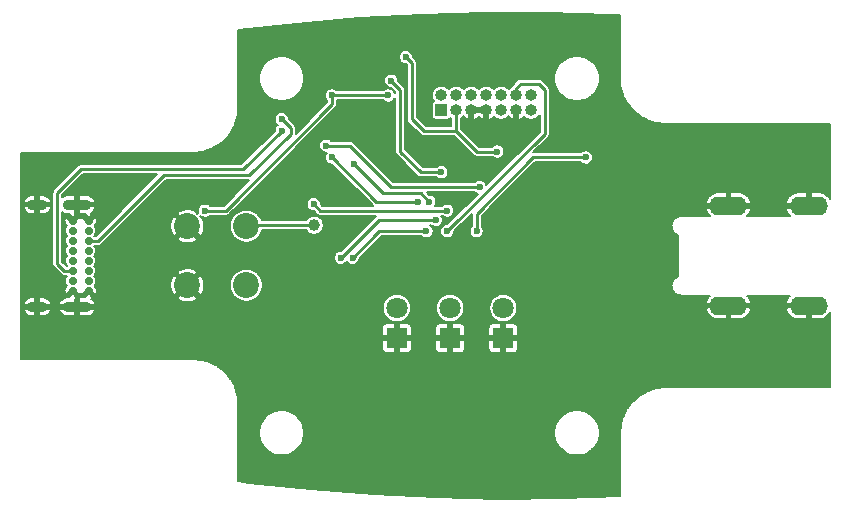
<source format=gbr>
%TF.GenerationSoftware,KiCad,Pcbnew,(5.1.9)-1*%
%TF.CreationDate,2021-04-16T14:28:35+02:00*%
%TF.ProjectId,loeti,6c6f6574-692e-46b6-9963-61645f706362,rev?*%
%TF.SameCoordinates,Original*%
%TF.FileFunction,Copper,L2,Bot*%
%TF.FilePolarity,Positive*%
%FSLAX46Y46*%
G04 Gerber Fmt 4.6, Leading zero omitted, Abs format (unit mm)*
G04 Created by KiCad (PCBNEW (5.1.9)-1) date 2021-04-16 14:28:35*
%MOMM*%
%LPD*%
G01*
G04 APERTURE LIST*
%TA.AperFunction,ComponentPad*%
%ADD10C,2.200000*%
%TD*%
%TA.AperFunction,ComponentPad*%
%ADD11C,1.800000*%
%TD*%
%TA.AperFunction,ComponentPad*%
%ADD12R,1.800000X1.800000*%
%TD*%
%TA.AperFunction,ComponentPad*%
%ADD13O,3.200000X1.600000*%
%TD*%
%TA.AperFunction,ComponentPad*%
%ADD14O,1.000000X1.000000*%
%TD*%
%TA.AperFunction,ComponentPad*%
%ADD15R,1.000000X1.000000*%
%TD*%
%TA.AperFunction,ComponentPad*%
%ADD16O,1.700000X0.900000*%
%TD*%
%TA.AperFunction,ComponentPad*%
%ADD17O,2.400000X0.900000*%
%TD*%
%TA.AperFunction,ComponentPad*%
%ADD18C,0.700000*%
%TD*%
%TA.AperFunction,ViaPad*%
%ADD19C,0.600000*%
%TD*%
%TA.AperFunction,ViaPad*%
%ADD20C,1.000000*%
%TD*%
%TA.AperFunction,Conductor*%
%ADD21C,0.250000*%
%TD*%
%TA.AperFunction,Conductor*%
%ADD22C,0.200000*%
%TD*%
%TA.AperFunction,Conductor*%
%ADD23C,0.100000*%
%TD*%
G04 APERTURE END LIST*
D10*
%TO.P,SW1,4*%
%TO.N,HEATER-*%
X68250000Y31180000D03*
%TO.P,SW1,3*%
X68250000Y26180000D03*
%TO.P,SW1,2*%
%TO.N,SW*%
X73250000Y31180000D03*
%TO.P,SW1,1*%
X73250000Y26180000D03*
%TD*%
D11*
%TO.P,D7,2*%
%TO.N,Net-(D7-Pad2)*%
X95000000Y24250000D03*
D12*
%TO.P,D7,1*%
%TO.N,HEATER-*%
X95000000Y21710000D03*
%TD*%
D11*
%TO.P,D6,2*%
%TO.N,Net-(D6-Pad2)*%
X90500000Y24250000D03*
D12*
%TO.P,D6,1*%
%TO.N,HEATER-*%
X90500000Y21710000D03*
%TD*%
D11*
%TO.P,D4,2*%
%TO.N,Net-(D4-Pad2)*%
X86000000Y24250000D03*
D12*
%TO.P,D4,1*%
%TO.N,HEATER-*%
X86000000Y21710000D03*
%TD*%
D13*
%TO.P,J2,S*%
%TO.N,HEATER-*%
X120870000Y32905000D03*
X114070000Y24455000D03*
X120870000Y24455000D03*
X114070000Y32905000D03*
%TD*%
D14*
%TO.P,J3,14*%
%TO.N,VCP_TX*%
X97370000Y42270000D03*
%TO.P,J3,13*%
%TO.N,VCP_RX*%
X97370000Y41000000D03*
%TO.P,J3,12*%
%TO.N,NRST*%
X96100000Y42270000D03*
%TO.P,J3,11*%
%TO.N,HEATER-*%
X96100000Y41000000D03*
%TO.P,J3,10*%
%TO.N,N/C*%
X94830000Y42270000D03*
%TO.P,J3,9*%
X94830000Y41000000D03*
%TO.P,J3,8*%
X93560000Y42270000D03*
%TO.P,J3,7*%
%TO.N,HEATER-*%
X93560000Y41000000D03*
%TO.P,J3,6*%
%TO.N,SWCLK*%
X92290000Y42270000D03*
%TO.P,J3,5*%
%TO.N,HEATER-*%
X92290000Y41000000D03*
%TO.P,J3,4*%
%TO.N,SWDIO*%
X91020000Y42270000D03*
%TO.P,J3,3*%
%TO.N,+3V3*%
X91020000Y41000000D03*
%TO.P,J3,2*%
%TO.N,N/C*%
X89750000Y42270000D03*
D15*
%TO.P,J3,1*%
X89750000Y41000000D03*
%TD*%
D16*
%TO.P,J1,S1*%
%TO.N,HEATER-*%
X55540000Y24350000D03*
X55540000Y33000000D03*
D17*
X58920000Y24350000D03*
X58920000Y33000000D03*
D18*
%TO.P,J1,B6*%
%TO.N,N/C*%
X58550000Y28250000D03*
%TO.P,J1,B1*%
%TO.N,HEATER-*%
X58550000Y25700000D03*
%TO.P,J1,B4*%
%TO.N,SHUNT+*%
X58550000Y26550000D03*
%TO.P,J1,B5*%
%TO.N,CC2*%
X58550000Y27400000D03*
%TO.P,J1,B12*%
%TO.N,HEATER-*%
X58550000Y31650000D03*
%TO.P,J1,B8*%
%TO.N,N/C*%
X58550000Y29950000D03*
%TO.P,J1,B7*%
X58550000Y29100000D03*
%TO.P,J1,B9*%
%TO.N,SHUNT+*%
X58550000Y30800000D03*
%TO.P,J1,A12*%
%TO.N,HEATER-*%
X59900000Y25700000D03*
%TO.P,J1,A9*%
%TO.N,SHUNT+*%
X59900000Y26550000D03*
%TO.P,J1,A8*%
%TO.N,N/C*%
X59900000Y27400000D03*
%TO.P,J1,A7*%
X59900000Y28250000D03*
%TO.P,J1,A6*%
X59900000Y29100000D03*
%TO.P,J1,A5*%
%TO.N,CC1*%
X59900000Y29950000D03*
%TO.P,J1,A4*%
%TO.N,SHUNT+*%
X59900000Y30800000D03*
%TO.P,J1,A1*%
%TO.N,HEATER-*%
X59900000Y31650000D03*
%TD*%
D19*
%TO.N,+3V3*%
X94500000Y37500000D03*
X78956250Y33043750D03*
X90250000Y32500000D03*
X86750000Y45500016D03*
%TO.N,CC2*%
X76250000Y39250000D03*
%TO.N,CC1*%
X76250000Y40250000D03*
%TO.N,HEATER-*%
X84000000Y38750000D03*
X84000000Y40500000D03*
X106750000Y35250000D03*
X108000000Y33500000D03*
X79750000Y47500000D03*
X78000000Y36750000D03*
X77750000Y35750000D03*
X76250000Y33750000D03*
X84000000Y27250000D03*
X103250000Y29000000D03*
X80000000Y39500000D03*
X78250000Y28250000D03*
X80000000Y27250000D03*
X86000000Y29500000D03*
X93000000Y35500000D03*
X97500000Y31750000D03*
X101000000Y39249990D03*
D20*
X82500000Y13500000D03*
X82500000Y12250000D03*
X88500000Y13500000D03*
X88500000Y12250000D03*
X90250000Y13500000D03*
X90250000Y12250000D03*
X96250000Y13500000D03*
X96250000Y12250000D03*
X95000000Y13500000D03*
X95000000Y12250000D03*
X91500000Y13500000D03*
X91500000Y12250000D03*
X87250000Y13500000D03*
X87250000Y12250000D03*
X83750000Y13500000D03*
X83750000Y12250000D03*
X90250000Y11000000D03*
X91500000Y11000000D03*
X95000000Y11000000D03*
X96250000Y11000000D03*
X88500000Y11000000D03*
X87250000Y11000000D03*
X83750000Y11000000D03*
X82500000Y11000000D03*
D19*
X81250000Y47500000D03*
X83500024Y47500000D03*
%TO.N,I2C1_SCL*%
X87750000Y33250000D03*
X80500000Y37000000D03*
%TO.N,I2C1_SDA*%
X82325000Y36487500D03*
X88750000Y33250000D03*
%TO.N,PD_ALERT_INT*%
X89750000Y35750000D03*
X85500000Y43500000D03*
%TO.N,NRST*%
X90250000Y30750000D03*
%TO.N,ADC_IN2*%
X92750000Y30750000D03*
X102000000Y37000000D03*
%TO.N,PD_RST*%
X80000000Y38000000D03*
X93000000Y34500000D03*
%TO.N,SHUNT+*%
X80500060Y42250000D03*
X85250000Y42250000D03*
X69750000Y32500000D03*
%TO.N,CURR_ALERT*%
X81250000Y28500000D03*
X89299979Y31700021D03*
%TO.N,CURR_CS*%
X82250000Y28500000D03*
X88500000Y30750000D03*
D20*
%TO.N,SW*%
X79000000Y31250000D03*
%TD*%
D21*
%TO.N,+3V3*%
X91020000Y40292894D02*
X91020000Y41000000D01*
X92750000Y37500000D02*
X94500000Y37500000D01*
X91020000Y39230000D02*
X92750000Y37500000D01*
X91020000Y40292894D02*
X91020000Y39230000D01*
X78956250Y33043750D02*
X79500000Y32500000D01*
X79500000Y32500000D02*
X90250000Y32500000D01*
X87250000Y45000016D02*
X86750000Y45500016D01*
X87250000Y40250000D02*
X87250000Y45000016D01*
X88250000Y39250000D02*
X87250000Y40250000D01*
X91000000Y39250000D02*
X88250000Y39250000D01*
%TO.N,CC2*%
X76250000Y39250000D02*
X73000000Y36000000D01*
X73000000Y36000000D02*
X59250000Y36000000D01*
X59250000Y36000000D02*
X57250000Y34000000D01*
X57250000Y34000000D02*
X57250000Y28000000D01*
X57850000Y27400000D02*
X58550000Y27400000D01*
X57250000Y28000000D02*
X57850000Y27400000D01*
%TO.N,CC1*%
X76250000Y40250000D02*
X77000000Y39500000D01*
X77000000Y39500000D02*
X77000000Y39000000D01*
X77000000Y39000000D02*
X73500000Y35500000D01*
X73500000Y35500000D02*
X66250000Y35500000D01*
X66250000Y35500000D02*
X60700000Y29950000D01*
X60700000Y29950000D02*
X59900000Y29950000D01*
%TO.N,I2C1_SCL*%
X87750000Y33250000D02*
X84250000Y33250000D01*
X84250000Y33250000D02*
X80500000Y37000000D01*
%TO.N,I2C1_SDA*%
X88000000Y34000000D02*
X88750000Y33250000D01*
X84812500Y34000000D02*
X88000000Y34000000D01*
X82325000Y36487500D02*
X84812500Y34000000D01*
%TO.N,PD_ALERT_INT*%
X89750000Y35750000D02*
X88000000Y35750000D01*
X88000000Y35750000D02*
X86250000Y37500000D01*
X86250000Y42750000D02*
X85500000Y43500000D01*
X86250000Y37500000D02*
X86250000Y42750000D01*
%TO.N,NRST*%
X96100000Y42850000D02*
X96100000Y42270000D01*
X98000000Y43250000D02*
X96500000Y43250000D01*
X96500000Y43250000D02*
X96100000Y42850000D01*
X98500000Y42750000D02*
X98000000Y43250000D01*
X98500000Y39000000D02*
X98500000Y42750000D01*
X90250000Y30750000D02*
X98500000Y39000000D01*
%TO.N,ADC_IN2*%
X97500000Y37000000D02*
X102000000Y37000000D01*
X92750000Y32250000D02*
X97500000Y37000000D01*
X92750000Y30750000D02*
X92750000Y32250000D01*
%TO.N,PD_RST*%
X80000000Y38000000D02*
X82000000Y38000000D01*
X82000000Y38000000D02*
X85500000Y34500000D01*
X85500000Y34500000D02*
X93000000Y34500000D01*
%TO.N,SHUNT+*%
X80500060Y42250000D02*
X85250000Y42250000D01*
X80500060Y42250000D02*
X80500060Y41500060D01*
X80500060Y41500060D02*
X71500000Y32500000D01*
X71500000Y32500000D02*
X69750000Y32500000D01*
%TO.N,CURR_ALERT*%
X81250000Y28500000D02*
X84450021Y31700021D01*
X84450021Y31700021D02*
X89299979Y31700021D01*
%TO.N,CURR_CS*%
X82250000Y28500000D02*
X84250000Y30500000D01*
X84500000Y30750000D02*
X88500000Y30750000D01*
X84250000Y30500000D02*
X84500000Y30750000D01*
%TO.N,SW*%
X73320000Y31250000D02*
X73250000Y31180000D01*
X79000000Y31250000D02*
X73320000Y31250000D01*
%TD*%
D22*
%TO.N,HEATER-*%
X104014963Y49087330D02*
X104850001Y49049985D01*
X104850000Y43730354D01*
X104850068Y43729662D01*
X104850088Y43723997D01*
X104851854Y43706613D01*
X104851732Y43689142D01*
X104852277Y43683584D01*
X104924178Y42999491D01*
X104931463Y42964002D01*
X104938261Y42928366D01*
X104939876Y42923019D01*
X105143282Y42265920D01*
X105157314Y42232540D01*
X105170911Y42198885D01*
X105173533Y42193953D01*
X105500697Y41588877D01*
X105520970Y41558821D01*
X105540821Y41528486D01*
X105544351Y41524157D01*
X105982810Y40994151D01*
X106008536Y40968604D01*
X106033900Y40942703D01*
X106038203Y40939143D01*
X106571258Y40504395D01*
X106601414Y40484360D01*
X106631367Y40463850D01*
X106636280Y40461194D01*
X107243626Y40138263D01*
X107277152Y40124444D01*
X107310466Y40110166D01*
X107315801Y40108514D01*
X107974304Y39909700D01*
X108009896Y39902653D01*
X108045330Y39895121D01*
X108050884Y39894537D01*
X108735462Y39827414D01*
X108735467Y39827414D01*
X108754850Y39825505D01*
X122673929Y39825508D01*
X122670328Y33482054D01*
X122589239Y33612107D01*
X122433626Y33777855D01*
X122248668Y33910059D01*
X122041472Y34003640D01*
X121820000Y34055000D01*
X121020000Y34055000D01*
X121020000Y33055000D01*
X121040000Y33055000D01*
X121040000Y32755000D01*
X121020000Y32755000D01*
X121020000Y32735000D01*
X120720000Y32735000D01*
X120720000Y32755000D01*
X119018142Y32755000D01*
X118967328Y32578484D01*
X119030474Y32390814D01*
X119150761Y32197893D01*
X119289564Y32050050D01*
X115650436Y32050050D01*
X115789239Y32197893D01*
X115909526Y32390814D01*
X115972672Y32578484D01*
X115921858Y32755000D01*
X114220000Y32755000D01*
X114220000Y32735000D01*
X113920000Y32735000D01*
X113920000Y32755000D01*
X112218142Y32755000D01*
X112167328Y32578484D01*
X112230474Y32390814D01*
X112350761Y32197893D01*
X112489564Y32050050D01*
X110055267Y32050050D01*
X110040199Y32048566D01*
X110033250Y32048566D01*
X110029084Y32048128D01*
X109925320Y32036489D01*
X109898739Y32030839D01*
X109872042Y32025553D01*
X109868040Y32024314D01*
X109768514Y31992741D01*
X109743522Y31982030D01*
X109718377Y31971666D01*
X109714700Y31969677D01*
X109714690Y31969673D01*
X109714682Y31969667D01*
X109623194Y31919372D01*
X109600730Y31903991D01*
X109578102Y31888958D01*
X109574882Y31886294D01*
X109574875Y31886289D01*
X109574870Y31886283D01*
X109494889Y31819172D01*
X109475841Y31799721D01*
X109456564Y31780578D01*
X109453916Y31777332D01*
X109388490Y31695958D01*
X109373593Y31673193D01*
X109358392Y31650657D01*
X109356426Y31646958D01*
X109308052Y31554427D01*
X109297856Y31529193D01*
X109287326Y31504143D01*
X109286117Y31500139D01*
X109286114Y31500132D01*
X109286113Y31500125D01*
X109256634Y31399967D01*
X109251538Y31373251D01*
X109246069Y31346612D01*
X109245661Y31342443D01*
X109236198Y31238458D01*
X109236388Y31211231D01*
X109236198Y31184071D01*
X109236606Y31179913D01*
X109236606Y31179900D01*
X109236608Y31179888D01*
X109247521Y31076060D01*
X109252992Y31049406D01*
X109258085Y31022706D01*
X109259293Y31018706D01*
X109259295Y31018696D01*
X109259299Y31018687D01*
X109290172Y30918951D01*
X109300710Y30893882D01*
X109310898Y30868665D01*
X109312860Y30864976D01*
X109312864Y30864967D01*
X109312869Y30864960D01*
X109362527Y30773119D01*
X109377765Y30750528D01*
X109392625Y30727819D01*
X109395269Y30724577D01*
X109395273Y30724571D01*
X109395278Y30724566D01*
X109461829Y30644120D01*
X109481121Y30624962D01*
X109500152Y30605528D01*
X109503380Y30602858D01*
X109584295Y30536865D01*
X109606966Y30521803D01*
X109629386Y30506451D01*
X109633066Y30504462D01*
X109633070Y30504459D01*
X109633074Y30504457D01*
X109725262Y30455440D01*
X109750394Y30445081D01*
X109769951Y30436699D01*
X109769950Y26923197D01*
X109768514Y26922741D01*
X109743522Y26912030D01*
X109718377Y26901666D01*
X109714700Y26899677D01*
X109714690Y26899673D01*
X109714682Y26899667D01*
X109623194Y26849372D01*
X109600730Y26833991D01*
X109578102Y26818958D01*
X109574882Y26816294D01*
X109574875Y26816289D01*
X109574870Y26816283D01*
X109494889Y26749172D01*
X109475841Y26729721D01*
X109456564Y26710578D01*
X109453916Y26707332D01*
X109388490Y26625958D01*
X109373593Y26603193D01*
X109358392Y26580657D01*
X109356426Y26576958D01*
X109308052Y26484427D01*
X109297856Y26459193D01*
X109287326Y26434143D01*
X109286117Y26430139D01*
X109286114Y26430132D01*
X109286113Y26430125D01*
X109256634Y26329967D01*
X109251538Y26303251D01*
X109246069Y26276612D01*
X109245661Y26272443D01*
X109236198Y26168458D01*
X109236388Y26141231D01*
X109236198Y26114071D01*
X109236606Y26109913D01*
X109236606Y26109900D01*
X109236608Y26109888D01*
X109247521Y26006060D01*
X109252992Y25979406D01*
X109258085Y25952706D01*
X109259293Y25948706D01*
X109259295Y25948696D01*
X109259299Y25948687D01*
X109290172Y25848951D01*
X109300710Y25823882D01*
X109310898Y25798665D01*
X109312860Y25794976D01*
X109312864Y25794967D01*
X109312869Y25794960D01*
X109362527Y25703119D01*
X109377765Y25680528D01*
X109392625Y25657819D01*
X109395269Y25654577D01*
X109395273Y25654571D01*
X109395278Y25654566D01*
X109461829Y25574120D01*
X109481121Y25554962D01*
X109500152Y25535528D01*
X109503380Y25532858D01*
X109584295Y25466865D01*
X109606966Y25451803D01*
X109629386Y25436451D01*
X109633066Y25434462D01*
X109633070Y25434459D01*
X109633074Y25434457D01*
X109725262Y25385440D01*
X109750394Y25375081D01*
X109775401Y25364363D01*
X109779403Y25363124D01*
X109879361Y25332945D01*
X109906051Y25327660D01*
X109932639Y25322009D01*
X109936805Y25321571D01*
X110040720Y25311382D01*
X110040727Y25311382D01*
X110055267Y25309950D01*
X112489564Y25309950D01*
X112350761Y25162107D01*
X112230474Y24969186D01*
X112167328Y24781516D01*
X112218142Y24605000D01*
X113920000Y24605000D01*
X113920000Y24625000D01*
X114220000Y24625000D01*
X114220000Y24605000D01*
X115921858Y24605000D01*
X115972672Y24781516D01*
X115909526Y24969186D01*
X115789239Y25162107D01*
X115650436Y25309950D01*
X119289564Y25309950D01*
X119150761Y25162107D01*
X119030474Y24969186D01*
X118967328Y24781516D01*
X119018142Y24605000D01*
X120720000Y24605000D01*
X120720000Y24625000D01*
X121020000Y24625000D01*
X121020000Y24605000D01*
X121040000Y24605000D01*
X121040000Y24305000D01*
X121020000Y24305000D01*
X121020000Y23305000D01*
X121820000Y23305000D01*
X122041472Y23356360D01*
X122248668Y23449941D01*
X122433626Y23582145D01*
X122589239Y23747893D01*
X122670328Y23877946D01*
X122673931Y17534252D01*
X108728222Y17534252D01*
X108727532Y17534184D01*
X108722351Y17534166D01*
X108704965Y17532400D01*
X108687491Y17532522D01*
X108681933Y17531977D01*
X108011200Y17461480D01*
X107975705Y17454194D01*
X107940075Y17447397D01*
X107934731Y17445783D01*
X107934725Y17445781D01*
X107290464Y17246349D01*
X107257075Y17232314D01*
X107223428Y17218719D01*
X107218497Y17216097D01*
X106625238Y16895323D01*
X106595182Y16875050D01*
X106564847Y16855199D01*
X106560518Y16851669D01*
X106040863Y16421773D01*
X106015315Y16396047D01*
X105989415Y16370683D01*
X105985860Y16366385D01*
X105985855Y16366380D01*
X105985851Y16366375D01*
X105559598Y15843737D01*
X105539528Y15813529D01*
X105519054Y15783627D01*
X105516397Y15778714D01*
X105199772Y15183230D01*
X105185954Y15149706D01*
X105171675Y15116389D01*
X105170023Y15111054D01*
X104975093Y14465411D01*
X104968051Y14429848D01*
X104960514Y14394387D01*
X104959930Y14388833D01*
X104894117Y13717624D01*
X104894117Y13717619D01*
X104892208Y13698236D01*
X104892210Y8318719D01*
X99967639Y8150286D01*
X94659320Y8117034D01*
X89352141Y8232013D01*
X84050263Y8495131D01*
X78757781Y8906185D01*
X73476692Y9465080D01*
X72576995Y9576045D01*
X72576995Y13866790D01*
X74337118Y13866790D01*
X74337118Y13490404D01*
X74410548Y13121250D01*
X74554584Y12773515D01*
X74763693Y12460562D01*
X75029838Y12194417D01*
X75342791Y11985308D01*
X75690526Y11841272D01*
X76059680Y11767842D01*
X76436066Y11767842D01*
X76805220Y11841272D01*
X77152955Y11985308D01*
X77465908Y12194417D01*
X77732053Y12460562D01*
X77941162Y12773515D01*
X78085198Y13121250D01*
X78158628Y13490404D01*
X78158628Y13866790D01*
X99337118Y13866790D01*
X99337118Y13490404D01*
X99410548Y13121250D01*
X99554584Y12773515D01*
X99763693Y12460562D01*
X100029838Y12194417D01*
X100342791Y11985308D01*
X100690526Y11841272D01*
X101059680Y11767842D01*
X101436066Y11767842D01*
X101805220Y11841272D01*
X102152955Y11985308D01*
X102465908Y12194417D01*
X102732053Y12460562D01*
X102941162Y12773515D01*
X103085198Y13121250D01*
X103158628Y13490404D01*
X103158628Y13866790D01*
X103085198Y14235944D01*
X102941162Y14583679D01*
X102732053Y14896632D01*
X102465908Y15162777D01*
X102152955Y15371886D01*
X101805220Y15515922D01*
X101436066Y15589352D01*
X101059680Y15589352D01*
X100690526Y15515922D01*
X100342791Y15371886D01*
X100029838Y15162777D01*
X99763693Y14896632D01*
X99554584Y14583679D01*
X99410548Y14235944D01*
X99337118Y13866790D01*
X78158628Y13866790D01*
X78085198Y14235944D01*
X77941162Y14583679D01*
X77732053Y14896632D01*
X77465908Y15162777D01*
X77152955Y15371886D01*
X76805220Y15515922D01*
X76436066Y15589352D01*
X76059680Y15589352D01*
X75690526Y15515922D01*
X75342791Y15371886D01*
X75029838Y15162777D01*
X74763693Y14896632D01*
X74554584Y14583679D01*
X74410548Y14235944D01*
X74337118Y13866790D01*
X72576995Y13866790D01*
X72576995Y16134905D01*
X72576927Y16135600D01*
X72576909Y16140599D01*
X72575143Y16157980D01*
X72575265Y16175448D01*
X72574720Y16181006D01*
X72504773Y16846507D01*
X72497488Y16881996D01*
X72490690Y16917632D01*
X72489075Y16922979D01*
X72291197Y17562221D01*
X72277151Y17595634D01*
X72263567Y17629256D01*
X72260945Y17634188D01*
X71942673Y18222820D01*
X71922400Y18252876D01*
X71902549Y18283211D01*
X71899019Y18287540D01*
X71472475Y18803142D01*
X71446749Y18828689D01*
X71421385Y18854590D01*
X71417082Y18858150D01*
X70898515Y19281083D01*
X70868318Y19301146D01*
X70838405Y19321628D01*
X70833492Y19324285D01*
X70242652Y19638440D01*
X70209125Y19652259D01*
X70175812Y19666537D01*
X70170476Y19668189D01*
X69529869Y19861600D01*
X69494284Y19868646D01*
X69458844Y19876179D01*
X69453289Y19876763D01*
X68787315Y19942062D01*
X68787301Y19942062D01*
X68767929Y19943970D01*
X54210555Y19943970D01*
X54210555Y20810000D01*
X84748306Y20810000D01*
X84755064Y20741388D01*
X84775077Y20675413D01*
X84807577Y20614609D01*
X84851315Y20561315D01*
X84904609Y20517577D01*
X84965413Y20485077D01*
X85031388Y20465064D01*
X85100000Y20458306D01*
X85762500Y20460000D01*
X85850000Y20547500D01*
X85850000Y21560000D01*
X86150000Y21560000D01*
X86150000Y20547500D01*
X86237500Y20460000D01*
X86900000Y20458306D01*
X86968612Y20465064D01*
X87034587Y20485077D01*
X87095391Y20517577D01*
X87148685Y20561315D01*
X87192423Y20614609D01*
X87224923Y20675413D01*
X87244936Y20741388D01*
X87251694Y20810000D01*
X89248306Y20810000D01*
X89255064Y20741388D01*
X89275077Y20675413D01*
X89307577Y20614609D01*
X89351315Y20561315D01*
X89404609Y20517577D01*
X89465413Y20485077D01*
X89531388Y20465064D01*
X89600000Y20458306D01*
X90262500Y20460000D01*
X90350000Y20547500D01*
X90350000Y21560000D01*
X90650000Y21560000D01*
X90650000Y20547500D01*
X90737500Y20460000D01*
X91400000Y20458306D01*
X91468612Y20465064D01*
X91534587Y20485077D01*
X91595391Y20517577D01*
X91648685Y20561315D01*
X91692423Y20614609D01*
X91724923Y20675413D01*
X91744936Y20741388D01*
X91751694Y20810000D01*
X93748306Y20810000D01*
X93755064Y20741388D01*
X93775077Y20675413D01*
X93807577Y20614609D01*
X93851315Y20561315D01*
X93904609Y20517577D01*
X93965413Y20485077D01*
X94031388Y20465064D01*
X94100000Y20458306D01*
X94762500Y20460000D01*
X94850000Y20547500D01*
X94850000Y21560000D01*
X95150000Y21560000D01*
X95150000Y20547500D01*
X95237500Y20460000D01*
X95900000Y20458306D01*
X95968612Y20465064D01*
X96034587Y20485077D01*
X96095391Y20517577D01*
X96148685Y20561315D01*
X96192423Y20614609D01*
X96224923Y20675413D01*
X96244936Y20741388D01*
X96251694Y20810000D01*
X96250000Y21472500D01*
X96162500Y21560000D01*
X95150000Y21560000D01*
X94850000Y21560000D01*
X93837500Y21560000D01*
X93750000Y21472500D01*
X93748306Y20810000D01*
X91751694Y20810000D01*
X91750000Y21472500D01*
X91662500Y21560000D01*
X90650000Y21560000D01*
X90350000Y21560000D01*
X89337500Y21560000D01*
X89250000Y21472500D01*
X89248306Y20810000D01*
X87251694Y20810000D01*
X87250000Y21472500D01*
X87162500Y21560000D01*
X86150000Y21560000D01*
X85850000Y21560000D01*
X84837500Y21560000D01*
X84750000Y21472500D01*
X84748306Y20810000D01*
X54210555Y20810000D01*
X54210555Y22610000D01*
X84748306Y22610000D01*
X84750000Y21947500D01*
X84837500Y21860000D01*
X85850000Y21860000D01*
X85850000Y22872500D01*
X86150000Y22872500D01*
X86150000Y21860000D01*
X87162500Y21860000D01*
X87250000Y21947500D01*
X87251694Y22610000D01*
X89248306Y22610000D01*
X89250000Y21947500D01*
X89337500Y21860000D01*
X90350000Y21860000D01*
X90350000Y22872500D01*
X90650000Y22872500D01*
X90650000Y21860000D01*
X91662500Y21860000D01*
X91750000Y21947500D01*
X91751694Y22610000D01*
X93748306Y22610000D01*
X93750000Y21947500D01*
X93837500Y21860000D01*
X94850000Y21860000D01*
X94850000Y22872500D01*
X95150000Y22872500D01*
X95150000Y21860000D01*
X96162500Y21860000D01*
X96250000Y21947500D01*
X96251694Y22610000D01*
X96244936Y22678612D01*
X96224923Y22744587D01*
X96192423Y22805391D01*
X96148685Y22858685D01*
X96095391Y22902423D01*
X96034587Y22934923D01*
X95968612Y22954936D01*
X95900000Y22961694D01*
X95237500Y22960000D01*
X95150000Y22872500D01*
X94850000Y22872500D01*
X94762500Y22960000D01*
X94100000Y22961694D01*
X94031388Y22954936D01*
X93965413Y22934923D01*
X93904609Y22902423D01*
X93851315Y22858685D01*
X93807577Y22805391D01*
X93775077Y22744587D01*
X93755064Y22678612D01*
X93748306Y22610000D01*
X91751694Y22610000D01*
X91744936Y22678612D01*
X91724923Y22744587D01*
X91692423Y22805391D01*
X91648685Y22858685D01*
X91595391Y22902423D01*
X91534587Y22934923D01*
X91468612Y22954936D01*
X91400000Y22961694D01*
X90737500Y22960000D01*
X90650000Y22872500D01*
X90350000Y22872500D01*
X90262500Y22960000D01*
X89600000Y22961694D01*
X89531388Y22954936D01*
X89465413Y22934923D01*
X89404609Y22902423D01*
X89351315Y22858685D01*
X89307577Y22805391D01*
X89275077Y22744587D01*
X89255064Y22678612D01*
X89248306Y22610000D01*
X87251694Y22610000D01*
X87244936Y22678612D01*
X87224923Y22744587D01*
X87192423Y22805391D01*
X87148685Y22858685D01*
X87095391Y22902423D01*
X87034587Y22934923D01*
X86968612Y22954936D01*
X86900000Y22961694D01*
X86237500Y22960000D01*
X86150000Y22872500D01*
X85850000Y22872500D01*
X85762500Y22960000D01*
X85100000Y22961694D01*
X85031388Y22954936D01*
X84965413Y22934923D01*
X84904609Y22902423D01*
X84851315Y22858685D01*
X84807577Y22805391D01*
X84775077Y22744587D01*
X84755064Y22678612D01*
X84748306Y22610000D01*
X54210555Y22610000D01*
X54210555Y24078919D01*
X54387328Y24078919D01*
X54391488Y24030265D01*
X54468248Y23890381D01*
X54570823Y23768160D01*
X54695271Y23668299D01*
X54836810Y23594635D01*
X54990000Y23550000D01*
X55390000Y23550000D01*
X55390000Y24200000D01*
X55690000Y24200000D01*
X55690000Y23550000D01*
X56090000Y23550000D01*
X56243190Y23594635D01*
X56384729Y23668299D01*
X56509177Y23768160D01*
X56611752Y23890381D01*
X56688512Y24030265D01*
X56692672Y24078919D01*
X57417328Y24078919D01*
X57421488Y24030265D01*
X57498248Y23890381D01*
X57600823Y23768160D01*
X57725271Y23668299D01*
X57866810Y23594635D01*
X58020000Y23550000D01*
X58770000Y23550000D01*
X58770000Y24200000D01*
X59070000Y24200000D01*
X59070000Y23550000D01*
X59820000Y23550000D01*
X59973190Y23594635D01*
X60114729Y23668299D01*
X60239177Y23768160D01*
X60341752Y23890381D01*
X60418512Y24030265D01*
X60422672Y24078919D01*
X60366532Y24200000D01*
X59070000Y24200000D01*
X58770000Y24200000D01*
X57473468Y24200000D01*
X57417328Y24078919D01*
X56692672Y24078919D01*
X56636532Y24200000D01*
X55690000Y24200000D01*
X55390000Y24200000D01*
X54443468Y24200000D01*
X54387328Y24078919D01*
X54210555Y24078919D01*
X54210555Y24368190D01*
X84800000Y24368190D01*
X84800000Y24131810D01*
X84846116Y23899973D01*
X84936574Y23681587D01*
X85067899Y23485045D01*
X85235045Y23317899D01*
X85431587Y23186574D01*
X85649973Y23096116D01*
X85881810Y23050000D01*
X86118190Y23050000D01*
X86350027Y23096116D01*
X86568413Y23186574D01*
X86764955Y23317899D01*
X86932101Y23485045D01*
X87063426Y23681587D01*
X87153884Y23899973D01*
X87200000Y24131810D01*
X87200000Y24368190D01*
X89300000Y24368190D01*
X89300000Y24131810D01*
X89346116Y23899973D01*
X89436574Y23681587D01*
X89567899Y23485045D01*
X89735045Y23317899D01*
X89931587Y23186574D01*
X90149973Y23096116D01*
X90381810Y23050000D01*
X90618190Y23050000D01*
X90850027Y23096116D01*
X91068413Y23186574D01*
X91264955Y23317899D01*
X91432101Y23485045D01*
X91563426Y23681587D01*
X91653884Y23899973D01*
X91700000Y24131810D01*
X91700000Y24368190D01*
X93800000Y24368190D01*
X93800000Y24131810D01*
X93846116Y23899973D01*
X93936574Y23681587D01*
X94067899Y23485045D01*
X94235045Y23317899D01*
X94431587Y23186574D01*
X94649973Y23096116D01*
X94881810Y23050000D01*
X95118190Y23050000D01*
X95350027Y23096116D01*
X95568413Y23186574D01*
X95764955Y23317899D01*
X95932101Y23485045D01*
X96063426Y23681587D01*
X96153884Y23899973D01*
X96199338Y24128484D01*
X112167328Y24128484D01*
X112230474Y23940814D01*
X112350761Y23747893D01*
X112506374Y23582145D01*
X112691332Y23449941D01*
X112898528Y23356360D01*
X113120000Y23305000D01*
X113920000Y23305000D01*
X113920000Y24305000D01*
X114220000Y24305000D01*
X114220000Y23305000D01*
X115020000Y23305000D01*
X115241472Y23356360D01*
X115448668Y23449941D01*
X115633626Y23582145D01*
X115789239Y23747893D01*
X115909526Y23940814D01*
X115972672Y24128484D01*
X118967328Y24128484D01*
X119030474Y23940814D01*
X119150761Y23747893D01*
X119306374Y23582145D01*
X119491332Y23449941D01*
X119698528Y23356360D01*
X119920000Y23305000D01*
X120720000Y23305000D01*
X120720000Y24305000D01*
X119018142Y24305000D01*
X118967328Y24128484D01*
X115972672Y24128484D01*
X115921858Y24305000D01*
X114220000Y24305000D01*
X113920000Y24305000D01*
X112218142Y24305000D01*
X112167328Y24128484D01*
X96199338Y24128484D01*
X96200000Y24131810D01*
X96200000Y24368190D01*
X96153884Y24600027D01*
X96063426Y24818413D01*
X95932101Y25014955D01*
X95764955Y25182101D01*
X95568413Y25313426D01*
X95350027Y25403884D01*
X95118190Y25450000D01*
X94881810Y25450000D01*
X94649973Y25403884D01*
X94431587Y25313426D01*
X94235045Y25182101D01*
X94067899Y25014955D01*
X93936574Y24818413D01*
X93846116Y24600027D01*
X93800000Y24368190D01*
X91700000Y24368190D01*
X91653884Y24600027D01*
X91563426Y24818413D01*
X91432101Y25014955D01*
X91264955Y25182101D01*
X91068413Y25313426D01*
X90850027Y25403884D01*
X90618190Y25450000D01*
X90381810Y25450000D01*
X90149973Y25403884D01*
X89931587Y25313426D01*
X89735045Y25182101D01*
X89567899Y25014955D01*
X89436574Y24818413D01*
X89346116Y24600027D01*
X89300000Y24368190D01*
X87200000Y24368190D01*
X87153884Y24600027D01*
X87063426Y24818413D01*
X86932101Y25014955D01*
X86764955Y25182101D01*
X86568413Y25313426D01*
X86350027Y25403884D01*
X86118190Y25450000D01*
X85881810Y25450000D01*
X85649973Y25403884D01*
X85431587Y25313426D01*
X85235045Y25182101D01*
X85067899Y25014955D01*
X84936574Y24818413D01*
X84846116Y24600027D01*
X84800000Y24368190D01*
X54210555Y24368190D01*
X54210555Y24621081D01*
X54387328Y24621081D01*
X54443468Y24500000D01*
X55390000Y24500000D01*
X55390000Y25150000D01*
X55690000Y25150000D01*
X55690000Y24500000D01*
X56636532Y24500000D01*
X56692672Y24621081D01*
X57417328Y24621081D01*
X57473468Y24500000D01*
X58770000Y24500000D01*
X58770000Y25034704D01*
X58805657Y25044719D01*
X58832578Y25055870D01*
X58860032Y25150000D01*
X59070000Y25150000D01*
X59070000Y24500000D01*
X60366532Y24500000D01*
X60422672Y24621081D01*
X60418512Y24669735D01*
X60341752Y24809619D01*
X60239177Y24931840D01*
X60114729Y25031701D01*
X60112829Y25032690D01*
X60155657Y25044719D01*
X60182578Y25055870D01*
X60198764Y25111366D01*
X67393498Y25111366D01*
X67519491Y24919345D01*
X67779469Y24801052D01*
X68057529Y24735752D01*
X68342986Y24725954D01*
X68624870Y24772033D01*
X68892347Y24872220D01*
X68980509Y24919345D01*
X69106502Y25111366D01*
X68250000Y25967868D01*
X67393498Y25111366D01*
X60198764Y25111366D01*
X60216318Y25171550D01*
X59900000Y25487868D01*
X59583682Y25171550D01*
X59589967Y25150000D01*
X59070000Y25150000D01*
X58860032Y25150000D01*
X58866318Y25171550D01*
X58550000Y25487868D01*
X58233682Y25171550D01*
X58239967Y25150000D01*
X58020000Y25150000D01*
X57866810Y25105365D01*
X57725271Y25031701D01*
X57600823Y24931840D01*
X57498248Y24809619D01*
X57421488Y24669735D01*
X57417328Y24621081D01*
X56692672Y24621081D01*
X56688512Y24669735D01*
X56611752Y24809619D01*
X56509177Y24931840D01*
X56384729Y25031701D01*
X56243190Y25105365D01*
X56090000Y25150000D01*
X55690000Y25150000D01*
X55390000Y25150000D01*
X54990000Y25150000D01*
X54836810Y25105365D01*
X54695271Y25031701D01*
X54570823Y24931840D01*
X54468248Y24809619D01*
X54391488Y24669735D01*
X54387328Y24621081D01*
X54210555Y24621081D01*
X54210555Y32728919D01*
X54387328Y32728919D01*
X54391488Y32680265D01*
X54468248Y32540381D01*
X54570823Y32418160D01*
X54695271Y32318299D01*
X54836810Y32244635D01*
X54990000Y32200000D01*
X55390000Y32200000D01*
X55390000Y32850000D01*
X55690000Y32850000D01*
X55690000Y32200000D01*
X56090000Y32200000D01*
X56243190Y32244635D01*
X56384729Y32318299D01*
X56509177Y32418160D01*
X56611752Y32540381D01*
X56688512Y32680265D01*
X56692672Y32728919D01*
X56636532Y32850000D01*
X55690000Y32850000D01*
X55390000Y32850000D01*
X54443468Y32850000D01*
X54387328Y32728919D01*
X54210555Y32728919D01*
X54210555Y33271081D01*
X54387328Y33271081D01*
X54443468Y33150000D01*
X55390000Y33150000D01*
X55390000Y33800000D01*
X55690000Y33800000D01*
X55690000Y33150000D01*
X56636532Y33150000D01*
X56692672Y33271081D01*
X56688512Y33319735D01*
X56611752Y33459619D01*
X56509177Y33581840D01*
X56384729Y33681701D01*
X56243190Y33755365D01*
X56090000Y33800000D01*
X55690000Y33800000D01*
X55390000Y33800000D01*
X54990000Y33800000D01*
X54836810Y33755365D01*
X54695271Y33681701D01*
X54570823Y33581840D01*
X54468248Y33459619D01*
X54391488Y33319735D01*
X54387328Y33271081D01*
X54210555Y33271081D01*
X54210555Y34000000D01*
X56822945Y34000000D01*
X56825000Y33979133D01*
X56825001Y28020877D01*
X56822945Y28000000D01*
X56831150Y27916686D01*
X56855453Y27836573D01*
X56894917Y27762740D01*
X56948027Y27698026D01*
X56964239Y27684721D01*
X57534721Y27114238D01*
X57548026Y27098026D01*
X57612740Y27044916D01*
X57686573Y27005452D01*
X57742383Y26988522D01*
X57766685Y26981150D01*
X57775098Y26980321D01*
X57829126Y26975000D01*
X57829132Y26975000D01*
X57849999Y26972945D01*
X57870866Y26975000D01*
X58055761Y26975000D01*
X58045112Y26964351D01*
X57973978Y26857890D01*
X57924979Y26739598D01*
X57900000Y26614019D01*
X57900000Y26485981D01*
X57924979Y26360402D01*
X57973978Y26242110D01*
X58023676Y26167731D01*
X57946905Y26090960D01*
X58021548Y26016317D01*
X57905870Y25982578D01*
X57863119Y25851484D01*
X57846764Y25714569D01*
X57857434Y25577095D01*
X57894719Y25444343D01*
X57905870Y25417422D01*
X58021550Y25383682D01*
X58337868Y25700000D01*
X58323726Y25714143D01*
X58509583Y25900000D01*
X58590417Y25900000D01*
X58776275Y25714143D01*
X58762132Y25700000D01*
X59078450Y25383682D01*
X59194130Y25417422D01*
X59225372Y25513226D01*
X59244719Y25444343D01*
X59255870Y25417422D01*
X59371550Y25383682D01*
X59687868Y25700000D01*
X59673726Y25714143D01*
X59859583Y25900000D01*
X59940417Y25900000D01*
X60126275Y25714143D01*
X60112132Y25700000D01*
X60428450Y25383682D01*
X60544130Y25417422D01*
X60586881Y25548516D01*
X60603236Y25685431D01*
X60592566Y25822905D01*
X60555281Y25955657D01*
X60544130Y25982578D01*
X60428452Y26016317D01*
X60499149Y26087014D01*
X66795954Y26087014D01*
X66842033Y25805130D01*
X66942220Y25537653D01*
X66989345Y25449491D01*
X67181366Y25323498D01*
X68037868Y26180000D01*
X68462132Y26180000D01*
X69318634Y25323498D01*
X69510655Y25449491D01*
X69628948Y25709469D01*
X69694248Y25987529D01*
X69704046Y26272986D01*
X69696706Y26317888D01*
X71850000Y26317888D01*
X71850000Y26042112D01*
X71903801Y25771635D01*
X72009336Y25516851D01*
X72162549Y25287552D01*
X72357552Y25092549D01*
X72586851Y24939336D01*
X72841635Y24833801D01*
X73112112Y24780000D01*
X73387888Y24780000D01*
X73658365Y24833801D01*
X73913149Y24939336D01*
X74142448Y25092549D01*
X74337451Y25287552D01*
X74490664Y25516851D01*
X74596199Y25771635D01*
X74650000Y26042112D01*
X74650000Y26317888D01*
X74596199Y26588365D01*
X74490664Y26843149D01*
X74337451Y27072448D01*
X74142448Y27267451D01*
X73913149Y27420664D01*
X73658365Y27526199D01*
X73387888Y27580000D01*
X73112112Y27580000D01*
X72841635Y27526199D01*
X72586851Y27420664D01*
X72357552Y27267451D01*
X72162549Y27072448D01*
X72009336Y26843149D01*
X71903801Y26588365D01*
X71850000Y26317888D01*
X69696706Y26317888D01*
X69657967Y26554870D01*
X69557780Y26822347D01*
X69510655Y26910509D01*
X69318634Y27036502D01*
X68462132Y26180000D01*
X68037868Y26180000D01*
X67181366Y27036502D01*
X66989345Y26910509D01*
X66871052Y26650531D01*
X66805752Y26372471D01*
X66795954Y26087014D01*
X60499149Y26087014D01*
X60503095Y26090960D01*
X60426324Y26167731D01*
X60476022Y26242110D01*
X60525021Y26360402D01*
X60550000Y26485981D01*
X60550000Y26614019D01*
X60525021Y26739598D01*
X60476022Y26857890D01*
X60404888Y26964351D01*
X60394239Y26975000D01*
X60404888Y26985649D01*
X60476022Y27092110D01*
X60525021Y27210402D01*
X60532625Y27248634D01*
X67393498Y27248634D01*
X68250000Y26392132D01*
X69106502Y27248634D01*
X68980509Y27440655D01*
X68720531Y27558948D01*
X68442471Y27624248D01*
X68157014Y27634046D01*
X67875130Y27587967D01*
X67607653Y27487780D01*
X67519491Y27440655D01*
X67393498Y27248634D01*
X60532625Y27248634D01*
X60550000Y27335981D01*
X60550000Y27464019D01*
X60525021Y27589598D01*
X60476022Y27707890D01*
X60404888Y27814351D01*
X60394239Y27825000D01*
X60404888Y27835649D01*
X60476022Y27942110D01*
X60525021Y28060402D01*
X60550000Y28185981D01*
X60550000Y28314019D01*
X60525021Y28439598D01*
X60476022Y28557890D01*
X60404888Y28664351D01*
X60394239Y28675000D01*
X60404888Y28685649D01*
X60476022Y28792110D01*
X60525021Y28910402D01*
X60550000Y29035981D01*
X60550000Y29164019D01*
X60525021Y29289598D01*
X60476022Y29407890D01*
X60404888Y29514351D01*
X60394239Y29525000D01*
X60679133Y29525000D01*
X60700000Y29522945D01*
X60720867Y29525000D01*
X60720874Y29525000D01*
X60783314Y29531150D01*
X60863427Y29555452D01*
X60937260Y29594916D01*
X61001974Y29648026D01*
X61015284Y29664244D01*
X61462406Y30111366D01*
X67393498Y30111366D01*
X67519491Y29919345D01*
X67779469Y29801052D01*
X68057529Y29735752D01*
X68342986Y29725954D01*
X68624870Y29772033D01*
X68892347Y29872220D01*
X68980509Y29919345D01*
X69106502Y30111366D01*
X68250000Y30967868D01*
X67393498Y30111366D01*
X61462406Y30111366D01*
X62438054Y31087014D01*
X66795954Y31087014D01*
X66842033Y30805130D01*
X66942220Y30537653D01*
X66989345Y30449491D01*
X67181366Y30323498D01*
X68037868Y31180000D01*
X67181366Y32036502D01*
X66989345Y31910509D01*
X66871052Y31650531D01*
X66805752Y31372471D01*
X66795954Y31087014D01*
X62438054Y31087014D01*
X66426041Y35075000D01*
X73473960Y35075000D01*
X71323960Y32925000D01*
X70173528Y32925000D01*
X70132478Y32966050D01*
X70034207Y33031713D01*
X69925014Y33076942D01*
X69809095Y33100000D01*
X69690905Y33100000D01*
X69574986Y33076942D01*
X69465793Y33031713D01*
X69367522Y32966050D01*
X69283950Y32882478D01*
X69218287Y32784207D01*
X69173058Y32675014D01*
X69150000Y32559095D01*
X69150000Y32440905D01*
X69173058Y32324986D01*
X69178854Y32310993D01*
X69173856Y32315991D01*
X69106501Y32248636D01*
X68980509Y32440655D01*
X68720531Y32558948D01*
X68442471Y32624248D01*
X68157014Y32634046D01*
X67875130Y32587967D01*
X67607653Y32487780D01*
X67519491Y32440655D01*
X67393498Y32248634D01*
X68250000Y31392132D01*
X68264143Y31406275D01*
X68476275Y31194143D01*
X68462132Y31180000D01*
X69318634Y30323498D01*
X69510655Y30449491D01*
X69628948Y30709469D01*
X69694248Y30987529D01*
X69704046Y31272986D01*
X69696706Y31317888D01*
X71850000Y31317888D01*
X71850000Y31042112D01*
X71903801Y30771635D01*
X72009336Y30516851D01*
X72162549Y30287552D01*
X72357552Y30092549D01*
X72586851Y29939336D01*
X72841635Y29833801D01*
X73112112Y29780000D01*
X73387888Y29780000D01*
X73658365Y29833801D01*
X73913149Y29939336D01*
X74142448Y30092549D01*
X74337451Y30287552D01*
X74490664Y30516851D01*
X74596199Y30771635D01*
X74606814Y30825000D01*
X78321824Y30825000D01*
X78378599Y30740030D01*
X78490030Y30628599D01*
X78621058Y30541049D01*
X78766649Y30480743D01*
X78921207Y30450000D01*
X79078793Y30450000D01*
X79233351Y30480743D01*
X79378942Y30541049D01*
X79509970Y30628599D01*
X79621401Y30740030D01*
X79708951Y30871058D01*
X79769257Y31016649D01*
X79800000Y31171207D01*
X79800000Y31328793D01*
X79769257Y31483351D01*
X79708951Y31628942D01*
X79621401Y31759970D01*
X79509970Y31871401D01*
X79378942Y31958951D01*
X79233351Y32019257D01*
X79078793Y32050000D01*
X78921207Y32050000D01*
X78766649Y32019257D01*
X78621058Y31958951D01*
X78490030Y31871401D01*
X78378599Y31759970D01*
X78321824Y31675000D01*
X74560314Y31675000D01*
X74490664Y31843149D01*
X74337451Y32072448D01*
X74142448Y32267451D01*
X73913149Y32420664D01*
X73658365Y32526199D01*
X73387888Y32580000D01*
X73112112Y32580000D01*
X72841635Y32526199D01*
X72586851Y32420664D01*
X72357552Y32267451D01*
X72162549Y32072448D01*
X72009336Y31843149D01*
X71903801Y31588365D01*
X71850000Y31317888D01*
X69696706Y31317888D01*
X69657967Y31554870D01*
X69557780Y31822347D01*
X69510655Y31910509D01*
X69318636Y32036501D01*
X69341804Y32059669D01*
X69367522Y32033950D01*
X69465793Y31968287D01*
X69574986Y31923058D01*
X69690905Y31900000D01*
X69809095Y31900000D01*
X69925014Y31923058D01*
X70034207Y31968287D01*
X70132478Y32033950D01*
X70173528Y32075000D01*
X71479133Y32075000D01*
X71500000Y32072945D01*
X71520867Y32075000D01*
X71520874Y32075000D01*
X71583314Y32081150D01*
X71663427Y32105452D01*
X71737260Y32144916D01*
X71801974Y32198026D01*
X71815284Y32214244D01*
X72703885Y33102845D01*
X78356250Y33102845D01*
X78356250Y32984655D01*
X78379308Y32868736D01*
X78424537Y32759543D01*
X78490200Y32661272D01*
X78573772Y32577700D01*
X78672043Y32512037D01*
X78781236Y32466808D01*
X78897155Y32443750D01*
X78955210Y32443750D01*
X79184716Y32214244D01*
X79198026Y32198026D01*
X79262740Y32144916D01*
X79336573Y32105452D01*
X79416686Y32081150D01*
X79479126Y32075000D01*
X79479133Y32075000D01*
X79500000Y32072945D01*
X79520867Y32075000D01*
X84249982Y32075000D01*
X84212761Y32055105D01*
X84171876Y32021551D01*
X84169081Y32019257D01*
X84148047Y32001995D01*
X84134742Y31985783D01*
X81248960Y29100000D01*
X81190905Y29100000D01*
X81074986Y29076942D01*
X80965793Y29031713D01*
X80867522Y28966050D01*
X80783950Y28882478D01*
X80718287Y28784207D01*
X80673058Y28675014D01*
X80650000Y28559095D01*
X80650000Y28440905D01*
X80673058Y28324986D01*
X80718287Y28215793D01*
X80783950Y28117522D01*
X80867522Y28033950D01*
X80965793Y27968287D01*
X81074986Y27923058D01*
X81190905Y27900000D01*
X81309095Y27900000D01*
X81425014Y27923058D01*
X81534207Y27968287D01*
X81632478Y28033950D01*
X81716050Y28117522D01*
X81750000Y28168331D01*
X81783950Y28117522D01*
X81867522Y28033950D01*
X81965793Y27968287D01*
X82074986Y27923058D01*
X82190905Y27900000D01*
X82309095Y27900000D01*
X82425014Y27923058D01*
X82534207Y27968287D01*
X82632478Y28033950D01*
X82716050Y28117522D01*
X82781713Y28215793D01*
X82826942Y28324986D01*
X82850000Y28440905D01*
X82850000Y28498960D01*
X84565280Y30214239D01*
X84565285Y30214245D01*
X84676040Y30325000D01*
X88076472Y30325000D01*
X88117522Y30283950D01*
X88215793Y30218287D01*
X88324986Y30173058D01*
X88440905Y30150000D01*
X88559095Y30150000D01*
X88675014Y30173058D01*
X88784207Y30218287D01*
X88882478Y30283950D01*
X88966050Y30367522D01*
X89031713Y30465793D01*
X89076942Y30574986D01*
X89100000Y30690905D01*
X89100000Y30809095D01*
X89076942Y30925014D01*
X89031713Y31034207D01*
X88966050Y31132478D01*
X88882478Y31216050D01*
X88794222Y31275021D01*
X88876451Y31275021D01*
X88917501Y31233971D01*
X89015772Y31168308D01*
X89124965Y31123079D01*
X89240884Y31100021D01*
X89359074Y31100021D01*
X89474993Y31123079D01*
X89584186Y31168308D01*
X89682457Y31233971D01*
X89766029Y31317543D01*
X89831692Y31415814D01*
X89876921Y31525007D01*
X89899979Y31640926D01*
X89899979Y31759116D01*
X89876921Y31875035D01*
X89831692Y31984228D01*
X89771040Y32075000D01*
X89826472Y32075000D01*
X89867522Y32033950D01*
X89965793Y31968287D01*
X90074986Y31923058D01*
X90190905Y31900000D01*
X90309095Y31900000D01*
X90425014Y31923058D01*
X90534207Y31968287D01*
X90632478Y32033950D01*
X90716050Y32117522D01*
X90781713Y32215793D01*
X90826942Y32324986D01*
X90850000Y32440905D01*
X90850000Y32559095D01*
X90826942Y32675014D01*
X90781713Y32784207D01*
X90716050Y32882478D01*
X90632478Y32966050D01*
X90534207Y33031713D01*
X90425014Y33076942D01*
X90309095Y33100000D01*
X90190905Y33100000D01*
X90074986Y33076942D01*
X89965793Y33031713D01*
X89867522Y32966050D01*
X89826472Y32925000D01*
X89254456Y32925000D01*
X89281713Y32965793D01*
X89326942Y33074986D01*
X89350000Y33190905D01*
X89350000Y33309095D01*
X89326942Y33425014D01*
X89281713Y33534207D01*
X89216050Y33632478D01*
X89132478Y33716050D01*
X89034207Y33781713D01*
X88925014Y33826942D01*
X88809095Y33850000D01*
X88751041Y33850000D01*
X88526040Y34075000D01*
X92576472Y34075000D01*
X92617522Y34033950D01*
X92715793Y33968287D01*
X92822887Y33923927D01*
X90248960Y31350000D01*
X90190905Y31350000D01*
X90074986Y31326942D01*
X89965793Y31281713D01*
X89867522Y31216050D01*
X89783950Y31132478D01*
X89718287Y31034207D01*
X89673058Y30925014D01*
X89650000Y30809095D01*
X89650000Y30690905D01*
X89673058Y30574986D01*
X89718287Y30465793D01*
X89783950Y30367522D01*
X89867522Y30283950D01*
X89965793Y30218287D01*
X90074986Y30173058D01*
X90190905Y30150000D01*
X90309095Y30150000D01*
X90425014Y30173058D01*
X90534207Y30218287D01*
X90632478Y30283950D01*
X90716050Y30367522D01*
X90781713Y30465793D01*
X90826942Y30574986D01*
X90850000Y30690905D01*
X90850000Y30748960D01*
X92325001Y32223961D01*
X92325000Y31173528D01*
X92283950Y31132478D01*
X92218287Y31034207D01*
X92173058Y30925014D01*
X92150000Y30809095D01*
X92150000Y30690905D01*
X92173058Y30574986D01*
X92218287Y30465793D01*
X92283950Y30367522D01*
X92367522Y30283950D01*
X92465793Y30218287D01*
X92574986Y30173058D01*
X92690905Y30150000D01*
X92809095Y30150000D01*
X92925014Y30173058D01*
X93034207Y30218287D01*
X93132478Y30283950D01*
X93216050Y30367522D01*
X93281713Y30465793D01*
X93326942Y30574986D01*
X93350000Y30690905D01*
X93350000Y30809095D01*
X93326942Y30925014D01*
X93281713Y31034207D01*
X93216050Y31132478D01*
X93175000Y31173528D01*
X93175000Y32073960D01*
X94332556Y33231516D01*
X112167328Y33231516D01*
X112218142Y33055000D01*
X113920000Y33055000D01*
X113920000Y34055000D01*
X114220000Y34055000D01*
X114220000Y33055000D01*
X115921858Y33055000D01*
X115972672Y33231516D01*
X118967328Y33231516D01*
X119018142Y33055000D01*
X120720000Y33055000D01*
X120720000Y34055000D01*
X119920000Y34055000D01*
X119698528Y34003640D01*
X119491332Y33910059D01*
X119306374Y33777855D01*
X119150761Y33612107D01*
X119030474Y33419186D01*
X118967328Y33231516D01*
X115972672Y33231516D01*
X115909526Y33419186D01*
X115789239Y33612107D01*
X115633626Y33777855D01*
X115448668Y33910059D01*
X115241472Y34003640D01*
X115020000Y34055000D01*
X114220000Y34055000D01*
X113920000Y34055000D01*
X113120000Y34055000D01*
X112898528Y34003640D01*
X112691332Y33910059D01*
X112506374Y33777855D01*
X112350761Y33612107D01*
X112230474Y33419186D01*
X112167328Y33231516D01*
X94332556Y33231516D01*
X97676041Y36575000D01*
X101576472Y36575000D01*
X101617522Y36533950D01*
X101715793Y36468287D01*
X101824986Y36423058D01*
X101940905Y36400000D01*
X102059095Y36400000D01*
X102175014Y36423058D01*
X102284207Y36468287D01*
X102382478Y36533950D01*
X102466050Y36617522D01*
X102531713Y36715793D01*
X102576942Y36824986D01*
X102600000Y36940905D01*
X102600000Y37059095D01*
X102576942Y37175014D01*
X102531713Y37284207D01*
X102466050Y37382478D01*
X102382478Y37466050D01*
X102284207Y37531713D01*
X102175014Y37576942D01*
X102059095Y37600000D01*
X101940905Y37600000D01*
X101824986Y37576942D01*
X101715793Y37531713D01*
X101617522Y37466050D01*
X101576472Y37425000D01*
X97526041Y37425000D01*
X98785763Y38684722D01*
X98801974Y38698026D01*
X98855084Y38762740D01*
X98894548Y38836573D01*
X98918850Y38916686D01*
X98925000Y38979126D01*
X98925000Y38979133D01*
X98927055Y39000000D01*
X98925000Y39020867D01*
X98925000Y42729133D01*
X98927055Y42750000D01*
X98925000Y42770867D01*
X98925000Y42770874D01*
X98918850Y42833314D01*
X98894548Y42913427D01*
X98894548Y42913428D01*
X98876055Y42948026D01*
X98855084Y42987260D01*
X98801974Y43051974D01*
X98785762Y43065279D01*
X98315283Y43535757D01*
X98301974Y43551974D01*
X98237260Y43605084D01*
X98163427Y43644548D01*
X98083314Y43668850D01*
X98020874Y43675000D01*
X98020867Y43675000D01*
X98000000Y43677055D01*
X97979133Y43675000D01*
X96520866Y43675000D01*
X96499999Y43677055D01*
X96479132Y43675000D01*
X96479126Y43675000D01*
X96425098Y43669679D01*
X96416685Y43668850D01*
X96392383Y43661478D01*
X96336573Y43644548D01*
X96262740Y43605084D01*
X96198026Y43551974D01*
X96184721Y43535762D01*
X95814243Y43165283D01*
X95798026Y43151974D01*
X95744916Y43087259D01*
X95705452Y43013426D01*
X95688368Y42957108D01*
X95590030Y42891401D01*
X95478599Y42779970D01*
X95465000Y42759618D01*
X95451401Y42779970D01*
X95339970Y42891401D01*
X95208942Y42978951D01*
X95063351Y43039257D01*
X94908793Y43070000D01*
X94751207Y43070000D01*
X94596649Y43039257D01*
X94451058Y42978951D01*
X94320030Y42891401D01*
X94208599Y42779970D01*
X94195000Y42759618D01*
X94181401Y42779970D01*
X94069970Y42891401D01*
X93938942Y42978951D01*
X93793351Y43039257D01*
X93638793Y43070000D01*
X93481207Y43070000D01*
X93326649Y43039257D01*
X93181058Y42978951D01*
X93050030Y42891401D01*
X92938599Y42779970D01*
X92925000Y42759618D01*
X92911401Y42779970D01*
X92799970Y42891401D01*
X92668942Y42978951D01*
X92523351Y43039257D01*
X92368793Y43070000D01*
X92211207Y43070000D01*
X92056649Y43039257D01*
X91911058Y42978951D01*
X91780030Y42891401D01*
X91668599Y42779970D01*
X91655000Y42759618D01*
X91641401Y42779970D01*
X91529970Y42891401D01*
X91398942Y42978951D01*
X91253351Y43039257D01*
X91098793Y43070000D01*
X90941207Y43070000D01*
X90786649Y43039257D01*
X90641058Y42978951D01*
X90510030Y42891401D01*
X90398599Y42779970D01*
X90385000Y42759618D01*
X90371401Y42779970D01*
X90259970Y42891401D01*
X90128942Y42978951D01*
X89983351Y43039257D01*
X89828793Y43070000D01*
X89671207Y43070000D01*
X89516649Y43039257D01*
X89371058Y42978951D01*
X89240030Y42891401D01*
X89128599Y42779970D01*
X89041049Y42648942D01*
X88980743Y42503351D01*
X88950000Y42348793D01*
X88950000Y42191207D01*
X88980743Y42036649D01*
X89041049Y41891058D01*
X89121093Y41771263D01*
X89082523Y41750647D01*
X89036842Y41713158D01*
X88999353Y41667477D01*
X88971496Y41615360D01*
X88954341Y41558810D01*
X88948549Y41500000D01*
X88948549Y40500000D01*
X88954341Y40441190D01*
X88971496Y40384640D01*
X88999353Y40332523D01*
X89036842Y40286842D01*
X89082523Y40249353D01*
X89134640Y40221496D01*
X89191190Y40204341D01*
X89250000Y40198549D01*
X90250000Y40198549D01*
X90308810Y40204341D01*
X90365360Y40221496D01*
X90417477Y40249353D01*
X90463158Y40286842D01*
X90500647Y40332523D01*
X90521263Y40371093D01*
X90595000Y40321824D01*
X90595000Y40313767D01*
X90595001Y39675000D01*
X88426040Y39675000D01*
X87675000Y40426040D01*
X87675000Y43866790D01*
X99337118Y43866790D01*
X99337118Y43490404D01*
X99410548Y43121250D01*
X99554584Y42773515D01*
X99763693Y42460562D01*
X100029838Y42194417D01*
X100342791Y41985308D01*
X100690526Y41841272D01*
X101059680Y41767842D01*
X101436066Y41767842D01*
X101805220Y41841272D01*
X102152955Y41985308D01*
X102465908Y42194417D01*
X102732053Y42460562D01*
X102941162Y42773515D01*
X103085198Y43121250D01*
X103158628Y43490404D01*
X103158628Y43866790D01*
X103085198Y44235944D01*
X102941162Y44583679D01*
X102732053Y44896632D01*
X102465908Y45162777D01*
X102152955Y45371886D01*
X101805220Y45515922D01*
X101436066Y45589352D01*
X101059680Y45589352D01*
X100690526Y45515922D01*
X100342791Y45371886D01*
X100029838Y45162777D01*
X99763693Y44896632D01*
X99554584Y44583679D01*
X99410548Y44235944D01*
X99337118Y43866790D01*
X87675000Y43866790D01*
X87675000Y44979149D01*
X87677055Y45000016D01*
X87675000Y45020883D01*
X87675000Y45020890D01*
X87668850Y45083330D01*
X87644548Y45163443D01*
X87644548Y45163444D01*
X87616558Y45215809D01*
X87605084Y45237276D01*
X87551974Y45301990D01*
X87535762Y45315295D01*
X87350000Y45501057D01*
X87350000Y45559111D01*
X87326942Y45675030D01*
X87281713Y45784223D01*
X87216050Y45882494D01*
X87132478Y45966066D01*
X87034207Y46031729D01*
X86925014Y46076958D01*
X86809095Y46100016D01*
X86690905Y46100016D01*
X86574986Y46076958D01*
X86465793Y46031729D01*
X86367522Y45966066D01*
X86283950Y45882494D01*
X86218287Y45784223D01*
X86173058Y45675030D01*
X86150000Y45559111D01*
X86150000Y45440921D01*
X86173058Y45325002D01*
X86218287Y45215809D01*
X86283950Y45117538D01*
X86367522Y45033966D01*
X86465793Y44968303D01*
X86574986Y44923074D01*
X86690905Y44900016D01*
X86748959Y44900016D01*
X86825001Y44823974D01*
X86825000Y40270867D01*
X86822945Y40250000D01*
X86825000Y40229133D01*
X86825000Y40229127D01*
X86831150Y40166687D01*
X86855452Y40086574D01*
X86894916Y40012741D01*
X86948026Y39948026D01*
X86964244Y39934716D01*
X87934716Y38964244D01*
X87948026Y38948026D01*
X88012740Y38894916D01*
X88086573Y38855452D01*
X88166686Y38831150D01*
X88250000Y38822944D01*
X88270874Y38825000D01*
X90823960Y38825000D01*
X92434719Y37214240D01*
X92448026Y37198026D01*
X92512740Y37144916D01*
X92586573Y37105452D01*
X92642383Y37088522D01*
X92666685Y37081150D01*
X92675098Y37080321D01*
X92729126Y37075000D01*
X92729132Y37075000D01*
X92749999Y37072945D01*
X92770866Y37075000D01*
X94076472Y37075000D01*
X94117522Y37033950D01*
X94215793Y36968287D01*
X94324986Y36923058D01*
X94440905Y36900000D01*
X94559095Y36900000D01*
X94675014Y36923058D01*
X94784207Y36968287D01*
X94882478Y37033950D01*
X94966050Y37117522D01*
X95031713Y37215793D01*
X95076942Y37324986D01*
X95100000Y37440905D01*
X95100000Y37559095D01*
X95076942Y37675014D01*
X95031713Y37784207D01*
X94966050Y37882478D01*
X94882478Y37966050D01*
X94784207Y38031713D01*
X94675014Y38076942D01*
X94559095Y38100000D01*
X94440905Y38100000D01*
X94324986Y38076942D01*
X94215793Y38031713D01*
X94117522Y37966050D01*
X94076472Y37925000D01*
X92926041Y37925000D01*
X91445000Y39406040D01*
X91445000Y40321824D01*
X91529970Y40378599D01*
X91626071Y40474700D01*
X91654996Y40434946D01*
X91777434Y40321920D01*
X91919570Y40234952D01*
X92010964Y40197106D01*
X92140000Y40252400D01*
X92140000Y40850000D01*
X92440000Y40850000D01*
X92440000Y40252400D01*
X92569036Y40197106D01*
X92660430Y40234952D01*
X92802566Y40321920D01*
X92925000Y40434942D01*
X93047434Y40321920D01*
X93189570Y40234952D01*
X93280964Y40197106D01*
X93410000Y40252400D01*
X93410000Y40850000D01*
X92440000Y40850000D01*
X92140000Y40850000D01*
X92120000Y40850000D01*
X92120000Y41150000D01*
X92140000Y41150000D01*
X92140000Y41170000D01*
X92440000Y41170000D01*
X92440000Y41150000D01*
X93410000Y41150000D01*
X93410000Y41170000D01*
X93710000Y41170000D01*
X93710000Y41150000D01*
X93730000Y41150000D01*
X93730000Y40850000D01*
X93710000Y40850000D01*
X93710000Y40252400D01*
X93839036Y40197106D01*
X93930430Y40234952D01*
X94072566Y40321920D01*
X94195004Y40434946D01*
X94223929Y40474700D01*
X94320030Y40378599D01*
X94451058Y40291049D01*
X94596649Y40230743D01*
X94751207Y40200000D01*
X94908793Y40200000D01*
X95063351Y40230743D01*
X95208942Y40291049D01*
X95339970Y40378599D01*
X95436071Y40474700D01*
X95464996Y40434946D01*
X95587434Y40321920D01*
X95729570Y40234952D01*
X95820964Y40197106D01*
X95950000Y40252400D01*
X95950000Y40850000D01*
X95930000Y40850000D01*
X95930000Y41150000D01*
X95950000Y41150000D01*
X95950000Y41170000D01*
X96250000Y41170000D01*
X96250000Y41150000D01*
X96270000Y41150000D01*
X96270000Y40850000D01*
X96250000Y40850000D01*
X96250000Y40252400D01*
X96379036Y40197106D01*
X96470430Y40234952D01*
X96612566Y40321920D01*
X96735004Y40434946D01*
X96763929Y40474700D01*
X96860030Y40378599D01*
X96991058Y40291049D01*
X97136649Y40230743D01*
X97291207Y40200000D01*
X97448793Y40200000D01*
X97603351Y40230743D01*
X97748942Y40291049D01*
X97879970Y40378599D01*
X97991401Y40490030D01*
X98075000Y40615146D01*
X98075000Y39176041D01*
X93576073Y34677113D01*
X93531713Y34784207D01*
X93466050Y34882478D01*
X93382478Y34966050D01*
X93284207Y35031713D01*
X93175014Y35076942D01*
X93059095Y35100000D01*
X92940905Y35100000D01*
X92824986Y35076942D01*
X92715793Y35031713D01*
X92617522Y34966050D01*
X92576472Y34925000D01*
X85676041Y34925000D01*
X82315283Y38285757D01*
X82301974Y38301974D01*
X82237260Y38355084D01*
X82163427Y38394548D01*
X82083314Y38418850D01*
X82020874Y38425000D01*
X82020867Y38425000D01*
X82000000Y38427055D01*
X81979133Y38425000D01*
X80423528Y38425000D01*
X80382478Y38466050D01*
X80284207Y38531713D01*
X80175014Y38576942D01*
X80059095Y38600000D01*
X79940905Y38600000D01*
X79824986Y38576942D01*
X79715793Y38531713D01*
X79617522Y38466050D01*
X79533950Y38382478D01*
X79468287Y38284207D01*
X79423058Y38175014D01*
X79400000Y38059095D01*
X79400000Y37940905D01*
X79423058Y37824986D01*
X79468287Y37715793D01*
X79533950Y37617522D01*
X79617522Y37533950D01*
X79715793Y37468287D01*
X79824986Y37423058D01*
X79940905Y37400000D01*
X80051472Y37400000D01*
X80033950Y37382478D01*
X79968287Y37284207D01*
X79923058Y37175014D01*
X79900000Y37059095D01*
X79900000Y36940905D01*
X79923058Y36824986D01*
X79968287Y36715793D01*
X80033950Y36617522D01*
X80117522Y36533950D01*
X80215793Y36468287D01*
X80324986Y36423058D01*
X80440905Y36400000D01*
X80498960Y36400000D01*
X83934721Y32964238D01*
X83948026Y32948026D01*
X83976083Y32925000D01*
X79676040Y32925000D01*
X79556250Y33044790D01*
X79556250Y33102845D01*
X79533192Y33218764D01*
X79487963Y33327957D01*
X79422300Y33426228D01*
X79338728Y33509800D01*
X79240457Y33575463D01*
X79131264Y33620692D01*
X79015345Y33643750D01*
X78897155Y33643750D01*
X78781236Y33620692D01*
X78672043Y33575463D01*
X78573772Y33509800D01*
X78490200Y33426228D01*
X78424537Y33327957D01*
X78379308Y33218764D01*
X78356250Y33102845D01*
X72703885Y33102845D01*
X80785822Y41184781D01*
X80802034Y41198086D01*
X80855144Y41262800D01*
X80894608Y41336633D01*
X80918910Y41416746D01*
X80925060Y41479186D01*
X80925060Y41479193D01*
X80927115Y41500060D01*
X80925060Y41520927D01*
X80925060Y41825000D01*
X84826472Y41825000D01*
X84867522Y41783950D01*
X84965793Y41718287D01*
X85074986Y41673058D01*
X85190905Y41650000D01*
X85309095Y41650000D01*
X85425014Y41673058D01*
X85534207Y41718287D01*
X85632478Y41783950D01*
X85716050Y41867522D01*
X85781713Y41965793D01*
X85825001Y42070300D01*
X85825000Y37520867D01*
X85822945Y37500000D01*
X85825000Y37479133D01*
X85825000Y37479127D01*
X85826068Y37468287D01*
X85831150Y37416686D01*
X85831422Y37415791D01*
X85855452Y37336574D01*
X85894916Y37262741D01*
X85948026Y37198026D01*
X85964243Y37184717D01*
X87684721Y35464238D01*
X87698026Y35448026D01*
X87762740Y35394916D01*
X87810855Y35369199D01*
X87836572Y35355452D01*
X87898809Y35336573D01*
X87916686Y35331150D01*
X87979126Y35325000D01*
X87979133Y35325000D01*
X88000000Y35322945D01*
X88020867Y35325000D01*
X89326472Y35325000D01*
X89367522Y35283950D01*
X89465793Y35218287D01*
X89574986Y35173058D01*
X89690905Y35150000D01*
X89809095Y35150000D01*
X89925014Y35173058D01*
X90034207Y35218287D01*
X90132478Y35283950D01*
X90216050Y35367522D01*
X90281713Y35465793D01*
X90326942Y35574986D01*
X90350000Y35690905D01*
X90350000Y35809095D01*
X90326942Y35925014D01*
X90281713Y36034207D01*
X90216050Y36132478D01*
X90132478Y36216050D01*
X90034207Y36281713D01*
X89925014Y36326942D01*
X89809095Y36350000D01*
X89690905Y36350000D01*
X89574986Y36326942D01*
X89465793Y36281713D01*
X89367522Y36216050D01*
X89326472Y36175000D01*
X88176041Y36175000D01*
X86675000Y37676040D01*
X86675000Y42729134D01*
X86677055Y42750001D01*
X86675000Y42770868D01*
X86675000Y42770874D01*
X86668850Y42833314D01*
X86644548Y42913427D01*
X86605084Y42987260D01*
X86551974Y43051974D01*
X86535762Y43065279D01*
X86100000Y43501040D01*
X86100000Y43559095D01*
X86076942Y43675014D01*
X86031713Y43784207D01*
X85966050Y43882478D01*
X85882478Y43966050D01*
X85784207Y44031713D01*
X85675014Y44076942D01*
X85559095Y44100000D01*
X85440905Y44100000D01*
X85324986Y44076942D01*
X85215793Y44031713D01*
X85117522Y43966050D01*
X85033950Y43882478D01*
X84968287Y43784207D01*
X84923058Y43675014D01*
X84900000Y43559095D01*
X84900000Y43440905D01*
X84923058Y43324986D01*
X84968287Y43215793D01*
X85033950Y43117522D01*
X85117522Y43033950D01*
X85215793Y42968287D01*
X85324986Y42923058D01*
X85440905Y42900000D01*
X85498960Y42900000D01*
X85825001Y42573958D01*
X85825001Y42429700D01*
X85781713Y42534207D01*
X85716050Y42632478D01*
X85632478Y42716050D01*
X85534207Y42781713D01*
X85425014Y42826942D01*
X85309095Y42850000D01*
X85190905Y42850000D01*
X85074986Y42826942D01*
X84965793Y42781713D01*
X84867522Y42716050D01*
X84826472Y42675000D01*
X80923588Y42675000D01*
X80882538Y42716050D01*
X80784267Y42781713D01*
X80675074Y42826942D01*
X80559155Y42850000D01*
X80440965Y42850000D01*
X80325046Y42826942D01*
X80215853Y42781713D01*
X80117582Y42716050D01*
X80034010Y42632478D01*
X79968347Y42534207D01*
X79923118Y42425014D01*
X79900060Y42309095D01*
X79900060Y42190905D01*
X79923118Y42074986D01*
X79968347Y41965793D01*
X80034010Y41867522D01*
X80075061Y41826471D01*
X80075061Y41676102D01*
X77425000Y39026041D01*
X77425000Y39479134D01*
X77427055Y39500001D01*
X77425000Y39520868D01*
X77425000Y39520874D01*
X77418850Y39583314D01*
X77418314Y39585083D01*
X77400275Y39644547D01*
X77394548Y39663427D01*
X77355084Y39737260D01*
X77301974Y39801974D01*
X77285763Y39815278D01*
X76850000Y40251040D01*
X76850000Y40309095D01*
X76826942Y40425014D01*
X76781713Y40534207D01*
X76716050Y40632478D01*
X76632478Y40716050D01*
X76534207Y40781713D01*
X76425014Y40826942D01*
X76309095Y40850000D01*
X76190905Y40850000D01*
X76074986Y40826942D01*
X75965793Y40781713D01*
X75867522Y40716050D01*
X75783950Y40632478D01*
X75718287Y40534207D01*
X75673058Y40425014D01*
X75650000Y40309095D01*
X75650000Y40190905D01*
X75673058Y40074986D01*
X75718287Y39965793D01*
X75783950Y39867522D01*
X75867522Y39783950D01*
X75918331Y39750000D01*
X75867522Y39716050D01*
X75783950Y39632478D01*
X75718287Y39534207D01*
X75673058Y39425014D01*
X75650000Y39309095D01*
X75650000Y39251041D01*
X72823960Y36425000D01*
X59270866Y36425000D01*
X59249999Y36427055D01*
X59229132Y36425000D01*
X59229126Y36425000D01*
X59175098Y36419679D01*
X59166685Y36418850D01*
X59142383Y36411478D01*
X59086573Y36394548D01*
X59012740Y36355084D01*
X58948026Y36301974D01*
X58934721Y36285762D01*
X56964243Y34315283D01*
X56948026Y34301974D01*
X56894916Y34237259D01*
X56855452Y34163426D01*
X56841527Y34117522D01*
X56831151Y34083315D01*
X56831150Y34083313D01*
X56825000Y34020873D01*
X56825000Y34020867D01*
X56822945Y34000000D01*
X54210555Y34000000D01*
X54210555Y37415789D01*
X68767929Y37415789D01*
X68768624Y37415857D01*
X68773620Y37415875D01*
X68791001Y37417641D01*
X68808468Y37417519D01*
X68814027Y37418064D01*
X69479461Y37488003D01*
X69514950Y37495288D01*
X69550586Y37502086D01*
X69555933Y37503701D01*
X70195109Y37701559D01*
X70228522Y37715605D01*
X70262144Y37729189D01*
X70267076Y37731811D01*
X70855648Y38050051D01*
X70885704Y38070324D01*
X70916039Y38090175D01*
X70920368Y38093705D01*
X71435917Y38520204D01*
X71461482Y38545948D01*
X71487366Y38571295D01*
X71490926Y38575598D01*
X71913816Y39094113D01*
X71933863Y39124287D01*
X71954361Y39154223D01*
X71957017Y39159136D01*
X72271140Y39749916D01*
X72284947Y39783414D01*
X72299237Y39816756D01*
X72300889Y39822091D01*
X72494280Y40462633D01*
X72501326Y40498218D01*
X72508859Y40533658D01*
X72509443Y40539213D01*
X72574736Y41205118D01*
X72574736Y41205122D01*
X72576645Y41224505D01*
X72576645Y43866790D01*
X74337118Y43866790D01*
X74337118Y43490404D01*
X74410548Y43121250D01*
X74554584Y42773515D01*
X74763693Y42460562D01*
X75029838Y42194417D01*
X75342791Y41985308D01*
X75690526Y41841272D01*
X76059680Y41767842D01*
X76436066Y41767842D01*
X76805220Y41841272D01*
X77152955Y41985308D01*
X77465908Y42194417D01*
X77732053Y42460562D01*
X77941162Y42773515D01*
X78085198Y43121250D01*
X78158628Y43490404D01*
X78158628Y43866790D01*
X78085198Y44235944D01*
X77941162Y44583679D01*
X77732053Y44896632D01*
X77465908Y45162777D01*
X77152955Y45371886D01*
X76805220Y45515922D01*
X76436066Y45589352D01*
X76059680Y45589352D01*
X75690526Y45515922D01*
X75342791Y45371886D01*
X75029838Y45162777D01*
X74763693Y44896632D01*
X74554584Y44583679D01*
X74410548Y44235944D01*
X74337118Y43866790D01*
X72576645Y43866790D01*
X72576645Y47781741D01*
X77502022Y48336214D01*
X82791688Y48782540D01*
X88091661Y49080991D01*
X93397995Y49231344D01*
X98706382Y49233478D01*
X104014963Y49087330D01*
%TA.AperFunction,Conductor*%
D23*
G36*
X104014963Y49087330D02*
G01*
X104850001Y49049985D01*
X104850000Y43730354D01*
X104850068Y43729662D01*
X104850088Y43723997D01*
X104851854Y43706613D01*
X104851732Y43689142D01*
X104852277Y43683584D01*
X104924178Y42999491D01*
X104931463Y42964002D01*
X104938261Y42928366D01*
X104939876Y42923019D01*
X105143282Y42265920D01*
X105157314Y42232540D01*
X105170911Y42198885D01*
X105173533Y42193953D01*
X105500697Y41588877D01*
X105520970Y41558821D01*
X105540821Y41528486D01*
X105544351Y41524157D01*
X105982810Y40994151D01*
X106008536Y40968604D01*
X106033900Y40942703D01*
X106038203Y40939143D01*
X106571258Y40504395D01*
X106601414Y40484360D01*
X106631367Y40463850D01*
X106636280Y40461194D01*
X107243626Y40138263D01*
X107277152Y40124444D01*
X107310466Y40110166D01*
X107315801Y40108514D01*
X107974304Y39909700D01*
X108009896Y39902653D01*
X108045330Y39895121D01*
X108050884Y39894537D01*
X108735462Y39827414D01*
X108735467Y39827414D01*
X108754850Y39825505D01*
X122673929Y39825508D01*
X122670328Y33482054D01*
X122589239Y33612107D01*
X122433626Y33777855D01*
X122248668Y33910059D01*
X122041472Y34003640D01*
X121820000Y34055000D01*
X121020000Y34055000D01*
X121020000Y33055000D01*
X121040000Y33055000D01*
X121040000Y32755000D01*
X121020000Y32755000D01*
X121020000Y32735000D01*
X120720000Y32735000D01*
X120720000Y32755000D01*
X119018142Y32755000D01*
X118967328Y32578484D01*
X119030474Y32390814D01*
X119150761Y32197893D01*
X119289564Y32050050D01*
X115650436Y32050050D01*
X115789239Y32197893D01*
X115909526Y32390814D01*
X115972672Y32578484D01*
X115921858Y32755000D01*
X114220000Y32755000D01*
X114220000Y32735000D01*
X113920000Y32735000D01*
X113920000Y32755000D01*
X112218142Y32755000D01*
X112167328Y32578484D01*
X112230474Y32390814D01*
X112350761Y32197893D01*
X112489564Y32050050D01*
X110055267Y32050050D01*
X110040199Y32048566D01*
X110033250Y32048566D01*
X110029084Y32048128D01*
X109925320Y32036489D01*
X109898739Y32030839D01*
X109872042Y32025553D01*
X109868040Y32024314D01*
X109768514Y31992741D01*
X109743522Y31982030D01*
X109718377Y31971666D01*
X109714700Y31969677D01*
X109714690Y31969673D01*
X109714682Y31969667D01*
X109623194Y31919372D01*
X109600730Y31903991D01*
X109578102Y31888958D01*
X109574882Y31886294D01*
X109574875Y31886289D01*
X109574870Y31886283D01*
X109494889Y31819172D01*
X109475841Y31799721D01*
X109456564Y31780578D01*
X109453916Y31777332D01*
X109388490Y31695958D01*
X109373593Y31673193D01*
X109358392Y31650657D01*
X109356426Y31646958D01*
X109308052Y31554427D01*
X109297856Y31529193D01*
X109287326Y31504143D01*
X109286117Y31500139D01*
X109286114Y31500132D01*
X109286113Y31500125D01*
X109256634Y31399967D01*
X109251538Y31373251D01*
X109246069Y31346612D01*
X109245661Y31342443D01*
X109236198Y31238458D01*
X109236388Y31211231D01*
X109236198Y31184071D01*
X109236606Y31179913D01*
X109236606Y31179900D01*
X109236608Y31179888D01*
X109247521Y31076060D01*
X109252992Y31049406D01*
X109258085Y31022706D01*
X109259293Y31018706D01*
X109259295Y31018696D01*
X109259299Y31018687D01*
X109290172Y30918951D01*
X109300710Y30893882D01*
X109310898Y30868665D01*
X109312860Y30864976D01*
X109312864Y30864967D01*
X109312869Y30864960D01*
X109362527Y30773119D01*
X109377765Y30750528D01*
X109392625Y30727819D01*
X109395269Y30724577D01*
X109395273Y30724571D01*
X109395278Y30724566D01*
X109461829Y30644120D01*
X109481121Y30624962D01*
X109500152Y30605528D01*
X109503380Y30602858D01*
X109584295Y30536865D01*
X109606966Y30521803D01*
X109629386Y30506451D01*
X109633066Y30504462D01*
X109633070Y30504459D01*
X109633074Y30504457D01*
X109725262Y30455440D01*
X109750394Y30445081D01*
X109769951Y30436699D01*
X109769950Y26923197D01*
X109768514Y26922741D01*
X109743522Y26912030D01*
X109718377Y26901666D01*
X109714700Y26899677D01*
X109714690Y26899673D01*
X109714682Y26899667D01*
X109623194Y26849372D01*
X109600730Y26833991D01*
X109578102Y26818958D01*
X109574882Y26816294D01*
X109574875Y26816289D01*
X109574870Y26816283D01*
X109494889Y26749172D01*
X109475841Y26729721D01*
X109456564Y26710578D01*
X109453916Y26707332D01*
X109388490Y26625958D01*
X109373593Y26603193D01*
X109358392Y26580657D01*
X109356426Y26576958D01*
X109308052Y26484427D01*
X109297856Y26459193D01*
X109287326Y26434143D01*
X109286117Y26430139D01*
X109286114Y26430132D01*
X109286113Y26430125D01*
X109256634Y26329967D01*
X109251538Y26303251D01*
X109246069Y26276612D01*
X109245661Y26272443D01*
X109236198Y26168458D01*
X109236388Y26141231D01*
X109236198Y26114071D01*
X109236606Y26109913D01*
X109236606Y26109900D01*
X109236608Y26109888D01*
X109247521Y26006060D01*
X109252992Y25979406D01*
X109258085Y25952706D01*
X109259293Y25948706D01*
X109259295Y25948696D01*
X109259299Y25948687D01*
X109290172Y25848951D01*
X109300710Y25823882D01*
X109310898Y25798665D01*
X109312860Y25794976D01*
X109312864Y25794967D01*
X109312869Y25794960D01*
X109362527Y25703119D01*
X109377765Y25680528D01*
X109392625Y25657819D01*
X109395269Y25654577D01*
X109395273Y25654571D01*
X109395278Y25654566D01*
X109461829Y25574120D01*
X109481121Y25554962D01*
X109500152Y25535528D01*
X109503380Y25532858D01*
X109584295Y25466865D01*
X109606966Y25451803D01*
X109629386Y25436451D01*
X109633066Y25434462D01*
X109633070Y25434459D01*
X109633074Y25434457D01*
X109725262Y25385440D01*
X109750394Y25375081D01*
X109775401Y25364363D01*
X109779403Y25363124D01*
X109879361Y25332945D01*
X109906051Y25327660D01*
X109932639Y25322009D01*
X109936805Y25321571D01*
X110040720Y25311382D01*
X110040727Y25311382D01*
X110055267Y25309950D01*
X112489564Y25309950D01*
X112350761Y25162107D01*
X112230474Y24969186D01*
X112167328Y24781516D01*
X112218142Y24605000D01*
X113920000Y24605000D01*
X113920000Y24625000D01*
X114220000Y24625000D01*
X114220000Y24605000D01*
X115921858Y24605000D01*
X115972672Y24781516D01*
X115909526Y24969186D01*
X115789239Y25162107D01*
X115650436Y25309950D01*
X119289564Y25309950D01*
X119150761Y25162107D01*
X119030474Y24969186D01*
X118967328Y24781516D01*
X119018142Y24605000D01*
X120720000Y24605000D01*
X120720000Y24625000D01*
X121020000Y24625000D01*
X121020000Y24605000D01*
X121040000Y24605000D01*
X121040000Y24305000D01*
X121020000Y24305000D01*
X121020000Y23305000D01*
X121820000Y23305000D01*
X122041472Y23356360D01*
X122248668Y23449941D01*
X122433626Y23582145D01*
X122589239Y23747893D01*
X122670328Y23877946D01*
X122673931Y17534252D01*
X108728222Y17534252D01*
X108727532Y17534184D01*
X108722351Y17534166D01*
X108704965Y17532400D01*
X108687491Y17532522D01*
X108681933Y17531977D01*
X108011200Y17461480D01*
X107975705Y17454194D01*
X107940075Y17447397D01*
X107934731Y17445783D01*
X107934725Y17445781D01*
X107290464Y17246349D01*
X107257075Y17232314D01*
X107223428Y17218719D01*
X107218497Y17216097D01*
X106625238Y16895323D01*
X106595182Y16875050D01*
X106564847Y16855199D01*
X106560518Y16851669D01*
X106040863Y16421773D01*
X106015315Y16396047D01*
X105989415Y16370683D01*
X105985860Y16366385D01*
X105985855Y16366380D01*
X105985851Y16366375D01*
X105559598Y15843737D01*
X105539528Y15813529D01*
X105519054Y15783627D01*
X105516397Y15778714D01*
X105199772Y15183230D01*
X105185954Y15149706D01*
X105171675Y15116389D01*
X105170023Y15111054D01*
X104975093Y14465411D01*
X104968051Y14429848D01*
X104960514Y14394387D01*
X104959930Y14388833D01*
X104894117Y13717624D01*
X104894117Y13717619D01*
X104892208Y13698236D01*
X104892210Y8318719D01*
X99967639Y8150286D01*
X94659320Y8117034D01*
X89352141Y8232013D01*
X84050263Y8495131D01*
X78757781Y8906185D01*
X73476692Y9465080D01*
X72576995Y9576045D01*
X72576995Y13866790D01*
X74337118Y13866790D01*
X74337118Y13490404D01*
X74410548Y13121250D01*
X74554584Y12773515D01*
X74763693Y12460562D01*
X75029838Y12194417D01*
X75342791Y11985308D01*
X75690526Y11841272D01*
X76059680Y11767842D01*
X76436066Y11767842D01*
X76805220Y11841272D01*
X77152955Y11985308D01*
X77465908Y12194417D01*
X77732053Y12460562D01*
X77941162Y12773515D01*
X78085198Y13121250D01*
X78158628Y13490404D01*
X78158628Y13866790D01*
X99337118Y13866790D01*
X99337118Y13490404D01*
X99410548Y13121250D01*
X99554584Y12773515D01*
X99763693Y12460562D01*
X100029838Y12194417D01*
X100342791Y11985308D01*
X100690526Y11841272D01*
X101059680Y11767842D01*
X101436066Y11767842D01*
X101805220Y11841272D01*
X102152955Y11985308D01*
X102465908Y12194417D01*
X102732053Y12460562D01*
X102941162Y12773515D01*
X103085198Y13121250D01*
X103158628Y13490404D01*
X103158628Y13866790D01*
X103085198Y14235944D01*
X102941162Y14583679D01*
X102732053Y14896632D01*
X102465908Y15162777D01*
X102152955Y15371886D01*
X101805220Y15515922D01*
X101436066Y15589352D01*
X101059680Y15589352D01*
X100690526Y15515922D01*
X100342791Y15371886D01*
X100029838Y15162777D01*
X99763693Y14896632D01*
X99554584Y14583679D01*
X99410548Y14235944D01*
X99337118Y13866790D01*
X78158628Y13866790D01*
X78085198Y14235944D01*
X77941162Y14583679D01*
X77732053Y14896632D01*
X77465908Y15162777D01*
X77152955Y15371886D01*
X76805220Y15515922D01*
X76436066Y15589352D01*
X76059680Y15589352D01*
X75690526Y15515922D01*
X75342791Y15371886D01*
X75029838Y15162777D01*
X74763693Y14896632D01*
X74554584Y14583679D01*
X74410548Y14235944D01*
X74337118Y13866790D01*
X72576995Y13866790D01*
X72576995Y16134905D01*
X72576927Y16135600D01*
X72576909Y16140599D01*
X72575143Y16157980D01*
X72575265Y16175448D01*
X72574720Y16181006D01*
X72504773Y16846507D01*
X72497488Y16881996D01*
X72490690Y16917632D01*
X72489075Y16922979D01*
X72291197Y17562221D01*
X72277151Y17595634D01*
X72263567Y17629256D01*
X72260945Y17634188D01*
X71942673Y18222820D01*
X71922400Y18252876D01*
X71902549Y18283211D01*
X71899019Y18287540D01*
X71472475Y18803142D01*
X71446749Y18828689D01*
X71421385Y18854590D01*
X71417082Y18858150D01*
X70898515Y19281083D01*
X70868318Y19301146D01*
X70838405Y19321628D01*
X70833492Y19324285D01*
X70242652Y19638440D01*
X70209125Y19652259D01*
X70175812Y19666537D01*
X70170476Y19668189D01*
X69529869Y19861600D01*
X69494284Y19868646D01*
X69458844Y19876179D01*
X69453289Y19876763D01*
X68787315Y19942062D01*
X68787301Y19942062D01*
X68767929Y19943970D01*
X54210555Y19943970D01*
X54210555Y20810000D01*
X84748306Y20810000D01*
X84755064Y20741388D01*
X84775077Y20675413D01*
X84807577Y20614609D01*
X84851315Y20561315D01*
X84904609Y20517577D01*
X84965413Y20485077D01*
X85031388Y20465064D01*
X85100000Y20458306D01*
X85762500Y20460000D01*
X85850000Y20547500D01*
X85850000Y21560000D01*
X86150000Y21560000D01*
X86150000Y20547500D01*
X86237500Y20460000D01*
X86900000Y20458306D01*
X86968612Y20465064D01*
X87034587Y20485077D01*
X87095391Y20517577D01*
X87148685Y20561315D01*
X87192423Y20614609D01*
X87224923Y20675413D01*
X87244936Y20741388D01*
X87251694Y20810000D01*
X89248306Y20810000D01*
X89255064Y20741388D01*
X89275077Y20675413D01*
X89307577Y20614609D01*
X89351315Y20561315D01*
X89404609Y20517577D01*
X89465413Y20485077D01*
X89531388Y20465064D01*
X89600000Y20458306D01*
X90262500Y20460000D01*
X90350000Y20547500D01*
X90350000Y21560000D01*
X90650000Y21560000D01*
X90650000Y20547500D01*
X90737500Y20460000D01*
X91400000Y20458306D01*
X91468612Y20465064D01*
X91534587Y20485077D01*
X91595391Y20517577D01*
X91648685Y20561315D01*
X91692423Y20614609D01*
X91724923Y20675413D01*
X91744936Y20741388D01*
X91751694Y20810000D01*
X93748306Y20810000D01*
X93755064Y20741388D01*
X93775077Y20675413D01*
X93807577Y20614609D01*
X93851315Y20561315D01*
X93904609Y20517577D01*
X93965413Y20485077D01*
X94031388Y20465064D01*
X94100000Y20458306D01*
X94762500Y20460000D01*
X94850000Y20547500D01*
X94850000Y21560000D01*
X95150000Y21560000D01*
X95150000Y20547500D01*
X95237500Y20460000D01*
X95900000Y20458306D01*
X95968612Y20465064D01*
X96034587Y20485077D01*
X96095391Y20517577D01*
X96148685Y20561315D01*
X96192423Y20614609D01*
X96224923Y20675413D01*
X96244936Y20741388D01*
X96251694Y20810000D01*
X96250000Y21472500D01*
X96162500Y21560000D01*
X95150000Y21560000D01*
X94850000Y21560000D01*
X93837500Y21560000D01*
X93750000Y21472500D01*
X93748306Y20810000D01*
X91751694Y20810000D01*
X91750000Y21472500D01*
X91662500Y21560000D01*
X90650000Y21560000D01*
X90350000Y21560000D01*
X89337500Y21560000D01*
X89250000Y21472500D01*
X89248306Y20810000D01*
X87251694Y20810000D01*
X87250000Y21472500D01*
X87162500Y21560000D01*
X86150000Y21560000D01*
X85850000Y21560000D01*
X84837500Y21560000D01*
X84750000Y21472500D01*
X84748306Y20810000D01*
X54210555Y20810000D01*
X54210555Y22610000D01*
X84748306Y22610000D01*
X84750000Y21947500D01*
X84837500Y21860000D01*
X85850000Y21860000D01*
X85850000Y22872500D01*
X86150000Y22872500D01*
X86150000Y21860000D01*
X87162500Y21860000D01*
X87250000Y21947500D01*
X87251694Y22610000D01*
X89248306Y22610000D01*
X89250000Y21947500D01*
X89337500Y21860000D01*
X90350000Y21860000D01*
X90350000Y22872500D01*
X90650000Y22872500D01*
X90650000Y21860000D01*
X91662500Y21860000D01*
X91750000Y21947500D01*
X91751694Y22610000D01*
X93748306Y22610000D01*
X93750000Y21947500D01*
X93837500Y21860000D01*
X94850000Y21860000D01*
X94850000Y22872500D01*
X95150000Y22872500D01*
X95150000Y21860000D01*
X96162500Y21860000D01*
X96250000Y21947500D01*
X96251694Y22610000D01*
X96244936Y22678612D01*
X96224923Y22744587D01*
X96192423Y22805391D01*
X96148685Y22858685D01*
X96095391Y22902423D01*
X96034587Y22934923D01*
X95968612Y22954936D01*
X95900000Y22961694D01*
X95237500Y22960000D01*
X95150000Y22872500D01*
X94850000Y22872500D01*
X94762500Y22960000D01*
X94100000Y22961694D01*
X94031388Y22954936D01*
X93965413Y22934923D01*
X93904609Y22902423D01*
X93851315Y22858685D01*
X93807577Y22805391D01*
X93775077Y22744587D01*
X93755064Y22678612D01*
X93748306Y22610000D01*
X91751694Y22610000D01*
X91744936Y22678612D01*
X91724923Y22744587D01*
X91692423Y22805391D01*
X91648685Y22858685D01*
X91595391Y22902423D01*
X91534587Y22934923D01*
X91468612Y22954936D01*
X91400000Y22961694D01*
X90737500Y22960000D01*
X90650000Y22872500D01*
X90350000Y22872500D01*
X90262500Y22960000D01*
X89600000Y22961694D01*
X89531388Y22954936D01*
X89465413Y22934923D01*
X89404609Y22902423D01*
X89351315Y22858685D01*
X89307577Y22805391D01*
X89275077Y22744587D01*
X89255064Y22678612D01*
X89248306Y22610000D01*
X87251694Y22610000D01*
X87244936Y22678612D01*
X87224923Y22744587D01*
X87192423Y22805391D01*
X87148685Y22858685D01*
X87095391Y22902423D01*
X87034587Y22934923D01*
X86968612Y22954936D01*
X86900000Y22961694D01*
X86237500Y22960000D01*
X86150000Y22872500D01*
X85850000Y22872500D01*
X85762500Y22960000D01*
X85100000Y22961694D01*
X85031388Y22954936D01*
X84965413Y22934923D01*
X84904609Y22902423D01*
X84851315Y22858685D01*
X84807577Y22805391D01*
X84775077Y22744587D01*
X84755064Y22678612D01*
X84748306Y22610000D01*
X54210555Y22610000D01*
X54210555Y24078919D01*
X54387328Y24078919D01*
X54391488Y24030265D01*
X54468248Y23890381D01*
X54570823Y23768160D01*
X54695271Y23668299D01*
X54836810Y23594635D01*
X54990000Y23550000D01*
X55390000Y23550000D01*
X55390000Y24200000D01*
X55690000Y24200000D01*
X55690000Y23550000D01*
X56090000Y23550000D01*
X56243190Y23594635D01*
X56384729Y23668299D01*
X56509177Y23768160D01*
X56611752Y23890381D01*
X56688512Y24030265D01*
X56692672Y24078919D01*
X57417328Y24078919D01*
X57421488Y24030265D01*
X57498248Y23890381D01*
X57600823Y23768160D01*
X57725271Y23668299D01*
X57866810Y23594635D01*
X58020000Y23550000D01*
X58770000Y23550000D01*
X58770000Y24200000D01*
X59070000Y24200000D01*
X59070000Y23550000D01*
X59820000Y23550000D01*
X59973190Y23594635D01*
X60114729Y23668299D01*
X60239177Y23768160D01*
X60341752Y23890381D01*
X60418512Y24030265D01*
X60422672Y24078919D01*
X60366532Y24200000D01*
X59070000Y24200000D01*
X58770000Y24200000D01*
X57473468Y24200000D01*
X57417328Y24078919D01*
X56692672Y24078919D01*
X56636532Y24200000D01*
X55690000Y24200000D01*
X55390000Y24200000D01*
X54443468Y24200000D01*
X54387328Y24078919D01*
X54210555Y24078919D01*
X54210555Y24368190D01*
X84800000Y24368190D01*
X84800000Y24131810D01*
X84846116Y23899973D01*
X84936574Y23681587D01*
X85067899Y23485045D01*
X85235045Y23317899D01*
X85431587Y23186574D01*
X85649973Y23096116D01*
X85881810Y23050000D01*
X86118190Y23050000D01*
X86350027Y23096116D01*
X86568413Y23186574D01*
X86764955Y23317899D01*
X86932101Y23485045D01*
X87063426Y23681587D01*
X87153884Y23899973D01*
X87200000Y24131810D01*
X87200000Y24368190D01*
X89300000Y24368190D01*
X89300000Y24131810D01*
X89346116Y23899973D01*
X89436574Y23681587D01*
X89567899Y23485045D01*
X89735045Y23317899D01*
X89931587Y23186574D01*
X90149973Y23096116D01*
X90381810Y23050000D01*
X90618190Y23050000D01*
X90850027Y23096116D01*
X91068413Y23186574D01*
X91264955Y23317899D01*
X91432101Y23485045D01*
X91563426Y23681587D01*
X91653884Y23899973D01*
X91700000Y24131810D01*
X91700000Y24368190D01*
X93800000Y24368190D01*
X93800000Y24131810D01*
X93846116Y23899973D01*
X93936574Y23681587D01*
X94067899Y23485045D01*
X94235045Y23317899D01*
X94431587Y23186574D01*
X94649973Y23096116D01*
X94881810Y23050000D01*
X95118190Y23050000D01*
X95350027Y23096116D01*
X95568413Y23186574D01*
X95764955Y23317899D01*
X95932101Y23485045D01*
X96063426Y23681587D01*
X96153884Y23899973D01*
X96199338Y24128484D01*
X112167328Y24128484D01*
X112230474Y23940814D01*
X112350761Y23747893D01*
X112506374Y23582145D01*
X112691332Y23449941D01*
X112898528Y23356360D01*
X113120000Y23305000D01*
X113920000Y23305000D01*
X113920000Y24305000D01*
X114220000Y24305000D01*
X114220000Y23305000D01*
X115020000Y23305000D01*
X115241472Y23356360D01*
X115448668Y23449941D01*
X115633626Y23582145D01*
X115789239Y23747893D01*
X115909526Y23940814D01*
X115972672Y24128484D01*
X118967328Y24128484D01*
X119030474Y23940814D01*
X119150761Y23747893D01*
X119306374Y23582145D01*
X119491332Y23449941D01*
X119698528Y23356360D01*
X119920000Y23305000D01*
X120720000Y23305000D01*
X120720000Y24305000D01*
X119018142Y24305000D01*
X118967328Y24128484D01*
X115972672Y24128484D01*
X115921858Y24305000D01*
X114220000Y24305000D01*
X113920000Y24305000D01*
X112218142Y24305000D01*
X112167328Y24128484D01*
X96199338Y24128484D01*
X96200000Y24131810D01*
X96200000Y24368190D01*
X96153884Y24600027D01*
X96063426Y24818413D01*
X95932101Y25014955D01*
X95764955Y25182101D01*
X95568413Y25313426D01*
X95350027Y25403884D01*
X95118190Y25450000D01*
X94881810Y25450000D01*
X94649973Y25403884D01*
X94431587Y25313426D01*
X94235045Y25182101D01*
X94067899Y25014955D01*
X93936574Y24818413D01*
X93846116Y24600027D01*
X93800000Y24368190D01*
X91700000Y24368190D01*
X91653884Y24600027D01*
X91563426Y24818413D01*
X91432101Y25014955D01*
X91264955Y25182101D01*
X91068413Y25313426D01*
X90850027Y25403884D01*
X90618190Y25450000D01*
X90381810Y25450000D01*
X90149973Y25403884D01*
X89931587Y25313426D01*
X89735045Y25182101D01*
X89567899Y25014955D01*
X89436574Y24818413D01*
X89346116Y24600027D01*
X89300000Y24368190D01*
X87200000Y24368190D01*
X87153884Y24600027D01*
X87063426Y24818413D01*
X86932101Y25014955D01*
X86764955Y25182101D01*
X86568413Y25313426D01*
X86350027Y25403884D01*
X86118190Y25450000D01*
X85881810Y25450000D01*
X85649973Y25403884D01*
X85431587Y25313426D01*
X85235045Y25182101D01*
X85067899Y25014955D01*
X84936574Y24818413D01*
X84846116Y24600027D01*
X84800000Y24368190D01*
X54210555Y24368190D01*
X54210555Y24621081D01*
X54387328Y24621081D01*
X54443468Y24500000D01*
X55390000Y24500000D01*
X55390000Y25150000D01*
X55690000Y25150000D01*
X55690000Y24500000D01*
X56636532Y24500000D01*
X56692672Y24621081D01*
X57417328Y24621081D01*
X57473468Y24500000D01*
X58770000Y24500000D01*
X58770000Y25034704D01*
X58805657Y25044719D01*
X58832578Y25055870D01*
X58860032Y25150000D01*
X59070000Y25150000D01*
X59070000Y24500000D01*
X60366532Y24500000D01*
X60422672Y24621081D01*
X60418512Y24669735D01*
X60341752Y24809619D01*
X60239177Y24931840D01*
X60114729Y25031701D01*
X60112829Y25032690D01*
X60155657Y25044719D01*
X60182578Y25055870D01*
X60198764Y25111366D01*
X67393498Y25111366D01*
X67519491Y24919345D01*
X67779469Y24801052D01*
X68057529Y24735752D01*
X68342986Y24725954D01*
X68624870Y24772033D01*
X68892347Y24872220D01*
X68980509Y24919345D01*
X69106502Y25111366D01*
X68250000Y25967868D01*
X67393498Y25111366D01*
X60198764Y25111366D01*
X60216318Y25171550D01*
X59900000Y25487868D01*
X59583682Y25171550D01*
X59589967Y25150000D01*
X59070000Y25150000D01*
X58860032Y25150000D01*
X58866318Y25171550D01*
X58550000Y25487868D01*
X58233682Y25171550D01*
X58239967Y25150000D01*
X58020000Y25150000D01*
X57866810Y25105365D01*
X57725271Y25031701D01*
X57600823Y24931840D01*
X57498248Y24809619D01*
X57421488Y24669735D01*
X57417328Y24621081D01*
X56692672Y24621081D01*
X56688512Y24669735D01*
X56611752Y24809619D01*
X56509177Y24931840D01*
X56384729Y25031701D01*
X56243190Y25105365D01*
X56090000Y25150000D01*
X55690000Y25150000D01*
X55390000Y25150000D01*
X54990000Y25150000D01*
X54836810Y25105365D01*
X54695271Y25031701D01*
X54570823Y24931840D01*
X54468248Y24809619D01*
X54391488Y24669735D01*
X54387328Y24621081D01*
X54210555Y24621081D01*
X54210555Y32728919D01*
X54387328Y32728919D01*
X54391488Y32680265D01*
X54468248Y32540381D01*
X54570823Y32418160D01*
X54695271Y32318299D01*
X54836810Y32244635D01*
X54990000Y32200000D01*
X55390000Y32200000D01*
X55390000Y32850000D01*
X55690000Y32850000D01*
X55690000Y32200000D01*
X56090000Y32200000D01*
X56243190Y32244635D01*
X56384729Y32318299D01*
X56509177Y32418160D01*
X56611752Y32540381D01*
X56688512Y32680265D01*
X56692672Y32728919D01*
X56636532Y32850000D01*
X55690000Y32850000D01*
X55390000Y32850000D01*
X54443468Y32850000D01*
X54387328Y32728919D01*
X54210555Y32728919D01*
X54210555Y33271081D01*
X54387328Y33271081D01*
X54443468Y33150000D01*
X55390000Y33150000D01*
X55390000Y33800000D01*
X55690000Y33800000D01*
X55690000Y33150000D01*
X56636532Y33150000D01*
X56692672Y33271081D01*
X56688512Y33319735D01*
X56611752Y33459619D01*
X56509177Y33581840D01*
X56384729Y33681701D01*
X56243190Y33755365D01*
X56090000Y33800000D01*
X55690000Y33800000D01*
X55390000Y33800000D01*
X54990000Y33800000D01*
X54836810Y33755365D01*
X54695271Y33681701D01*
X54570823Y33581840D01*
X54468248Y33459619D01*
X54391488Y33319735D01*
X54387328Y33271081D01*
X54210555Y33271081D01*
X54210555Y34000000D01*
X56822945Y34000000D01*
X56825000Y33979133D01*
X56825001Y28020877D01*
X56822945Y28000000D01*
X56831150Y27916686D01*
X56855453Y27836573D01*
X56894917Y27762740D01*
X56948027Y27698026D01*
X56964239Y27684721D01*
X57534721Y27114238D01*
X57548026Y27098026D01*
X57612740Y27044916D01*
X57686573Y27005452D01*
X57742383Y26988522D01*
X57766685Y26981150D01*
X57775098Y26980321D01*
X57829126Y26975000D01*
X57829132Y26975000D01*
X57849999Y26972945D01*
X57870866Y26975000D01*
X58055761Y26975000D01*
X58045112Y26964351D01*
X57973978Y26857890D01*
X57924979Y26739598D01*
X57900000Y26614019D01*
X57900000Y26485981D01*
X57924979Y26360402D01*
X57973978Y26242110D01*
X58023676Y26167731D01*
X57946905Y26090960D01*
X58021548Y26016317D01*
X57905870Y25982578D01*
X57863119Y25851484D01*
X57846764Y25714569D01*
X57857434Y25577095D01*
X57894719Y25444343D01*
X57905870Y25417422D01*
X58021550Y25383682D01*
X58337868Y25700000D01*
X58323726Y25714143D01*
X58509583Y25900000D01*
X58590417Y25900000D01*
X58776275Y25714143D01*
X58762132Y25700000D01*
X59078450Y25383682D01*
X59194130Y25417422D01*
X59225372Y25513226D01*
X59244719Y25444343D01*
X59255870Y25417422D01*
X59371550Y25383682D01*
X59687868Y25700000D01*
X59673726Y25714143D01*
X59859583Y25900000D01*
X59940417Y25900000D01*
X60126275Y25714143D01*
X60112132Y25700000D01*
X60428450Y25383682D01*
X60544130Y25417422D01*
X60586881Y25548516D01*
X60603236Y25685431D01*
X60592566Y25822905D01*
X60555281Y25955657D01*
X60544130Y25982578D01*
X60428452Y26016317D01*
X60499149Y26087014D01*
X66795954Y26087014D01*
X66842033Y25805130D01*
X66942220Y25537653D01*
X66989345Y25449491D01*
X67181366Y25323498D01*
X68037868Y26180000D01*
X68462132Y26180000D01*
X69318634Y25323498D01*
X69510655Y25449491D01*
X69628948Y25709469D01*
X69694248Y25987529D01*
X69704046Y26272986D01*
X69696706Y26317888D01*
X71850000Y26317888D01*
X71850000Y26042112D01*
X71903801Y25771635D01*
X72009336Y25516851D01*
X72162549Y25287552D01*
X72357552Y25092549D01*
X72586851Y24939336D01*
X72841635Y24833801D01*
X73112112Y24780000D01*
X73387888Y24780000D01*
X73658365Y24833801D01*
X73913149Y24939336D01*
X74142448Y25092549D01*
X74337451Y25287552D01*
X74490664Y25516851D01*
X74596199Y25771635D01*
X74650000Y26042112D01*
X74650000Y26317888D01*
X74596199Y26588365D01*
X74490664Y26843149D01*
X74337451Y27072448D01*
X74142448Y27267451D01*
X73913149Y27420664D01*
X73658365Y27526199D01*
X73387888Y27580000D01*
X73112112Y27580000D01*
X72841635Y27526199D01*
X72586851Y27420664D01*
X72357552Y27267451D01*
X72162549Y27072448D01*
X72009336Y26843149D01*
X71903801Y26588365D01*
X71850000Y26317888D01*
X69696706Y26317888D01*
X69657967Y26554870D01*
X69557780Y26822347D01*
X69510655Y26910509D01*
X69318634Y27036502D01*
X68462132Y26180000D01*
X68037868Y26180000D01*
X67181366Y27036502D01*
X66989345Y26910509D01*
X66871052Y26650531D01*
X66805752Y26372471D01*
X66795954Y26087014D01*
X60499149Y26087014D01*
X60503095Y26090960D01*
X60426324Y26167731D01*
X60476022Y26242110D01*
X60525021Y26360402D01*
X60550000Y26485981D01*
X60550000Y26614019D01*
X60525021Y26739598D01*
X60476022Y26857890D01*
X60404888Y26964351D01*
X60394239Y26975000D01*
X60404888Y26985649D01*
X60476022Y27092110D01*
X60525021Y27210402D01*
X60532625Y27248634D01*
X67393498Y27248634D01*
X68250000Y26392132D01*
X69106502Y27248634D01*
X68980509Y27440655D01*
X68720531Y27558948D01*
X68442471Y27624248D01*
X68157014Y27634046D01*
X67875130Y27587967D01*
X67607653Y27487780D01*
X67519491Y27440655D01*
X67393498Y27248634D01*
X60532625Y27248634D01*
X60550000Y27335981D01*
X60550000Y27464019D01*
X60525021Y27589598D01*
X60476022Y27707890D01*
X60404888Y27814351D01*
X60394239Y27825000D01*
X60404888Y27835649D01*
X60476022Y27942110D01*
X60525021Y28060402D01*
X60550000Y28185981D01*
X60550000Y28314019D01*
X60525021Y28439598D01*
X60476022Y28557890D01*
X60404888Y28664351D01*
X60394239Y28675000D01*
X60404888Y28685649D01*
X60476022Y28792110D01*
X60525021Y28910402D01*
X60550000Y29035981D01*
X60550000Y29164019D01*
X60525021Y29289598D01*
X60476022Y29407890D01*
X60404888Y29514351D01*
X60394239Y29525000D01*
X60679133Y29525000D01*
X60700000Y29522945D01*
X60720867Y29525000D01*
X60720874Y29525000D01*
X60783314Y29531150D01*
X60863427Y29555452D01*
X60937260Y29594916D01*
X61001974Y29648026D01*
X61015284Y29664244D01*
X61462406Y30111366D01*
X67393498Y30111366D01*
X67519491Y29919345D01*
X67779469Y29801052D01*
X68057529Y29735752D01*
X68342986Y29725954D01*
X68624870Y29772033D01*
X68892347Y29872220D01*
X68980509Y29919345D01*
X69106502Y30111366D01*
X68250000Y30967868D01*
X67393498Y30111366D01*
X61462406Y30111366D01*
X62438054Y31087014D01*
X66795954Y31087014D01*
X66842033Y30805130D01*
X66942220Y30537653D01*
X66989345Y30449491D01*
X67181366Y30323498D01*
X68037868Y31180000D01*
X67181366Y32036502D01*
X66989345Y31910509D01*
X66871052Y31650531D01*
X66805752Y31372471D01*
X66795954Y31087014D01*
X62438054Y31087014D01*
X66426041Y35075000D01*
X73473960Y35075000D01*
X71323960Y32925000D01*
X70173528Y32925000D01*
X70132478Y32966050D01*
X70034207Y33031713D01*
X69925014Y33076942D01*
X69809095Y33100000D01*
X69690905Y33100000D01*
X69574986Y33076942D01*
X69465793Y33031713D01*
X69367522Y32966050D01*
X69283950Y32882478D01*
X69218287Y32784207D01*
X69173058Y32675014D01*
X69150000Y32559095D01*
X69150000Y32440905D01*
X69173058Y32324986D01*
X69178854Y32310993D01*
X69173856Y32315991D01*
X69106501Y32248636D01*
X68980509Y32440655D01*
X68720531Y32558948D01*
X68442471Y32624248D01*
X68157014Y32634046D01*
X67875130Y32587967D01*
X67607653Y32487780D01*
X67519491Y32440655D01*
X67393498Y32248634D01*
X68250000Y31392132D01*
X68264143Y31406275D01*
X68476275Y31194143D01*
X68462132Y31180000D01*
X69318634Y30323498D01*
X69510655Y30449491D01*
X69628948Y30709469D01*
X69694248Y30987529D01*
X69704046Y31272986D01*
X69696706Y31317888D01*
X71850000Y31317888D01*
X71850000Y31042112D01*
X71903801Y30771635D01*
X72009336Y30516851D01*
X72162549Y30287552D01*
X72357552Y30092549D01*
X72586851Y29939336D01*
X72841635Y29833801D01*
X73112112Y29780000D01*
X73387888Y29780000D01*
X73658365Y29833801D01*
X73913149Y29939336D01*
X74142448Y30092549D01*
X74337451Y30287552D01*
X74490664Y30516851D01*
X74596199Y30771635D01*
X74606814Y30825000D01*
X78321824Y30825000D01*
X78378599Y30740030D01*
X78490030Y30628599D01*
X78621058Y30541049D01*
X78766649Y30480743D01*
X78921207Y30450000D01*
X79078793Y30450000D01*
X79233351Y30480743D01*
X79378942Y30541049D01*
X79509970Y30628599D01*
X79621401Y30740030D01*
X79708951Y30871058D01*
X79769257Y31016649D01*
X79800000Y31171207D01*
X79800000Y31328793D01*
X79769257Y31483351D01*
X79708951Y31628942D01*
X79621401Y31759970D01*
X79509970Y31871401D01*
X79378942Y31958951D01*
X79233351Y32019257D01*
X79078793Y32050000D01*
X78921207Y32050000D01*
X78766649Y32019257D01*
X78621058Y31958951D01*
X78490030Y31871401D01*
X78378599Y31759970D01*
X78321824Y31675000D01*
X74560314Y31675000D01*
X74490664Y31843149D01*
X74337451Y32072448D01*
X74142448Y32267451D01*
X73913149Y32420664D01*
X73658365Y32526199D01*
X73387888Y32580000D01*
X73112112Y32580000D01*
X72841635Y32526199D01*
X72586851Y32420664D01*
X72357552Y32267451D01*
X72162549Y32072448D01*
X72009336Y31843149D01*
X71903801Y31588365D01*
X71850000Y31317888D01*
X69696706Y31317888D01*
X69657967Y31554870D01*
X69557780Y31822347D01*
X69510655Y31910509D01*
X69318636Y32036501D01*
X69341804Y32059669D01*
X69367522Y32033950D01*
X69465793Y31968287D01*
X69574986Y31923058D01*
X69690905Y31900000D01*
X69809095Y31900000D01*
X69925014Y31923058D01*
X70034207Y31968287D01*
X70132478Y32033950D01*
X70173528Y32075000D01*
X71479133Y32075000D01*
X71500000Y32072945D01*
X71520867Y32075000D01*
X71520874Y32075000D01*
X71583314Y32081150D01*
X71663427Y32105452D01*
X71737260Y32144916D01*
X71801974Y32198026D01*
X71815284Y32214244D01*
X72703885Y33102845D01*
X78356250Y33102845D01*
X78356250Y32984655D01*
X78379308Y32868736D01*
X78424537Y32759543D01*
X78490200Y32661272D01*
X78573772Y32577700D01*
X78672043Y32512037D01*
X78781236Y32466808D01*
X78897155Y32443750D01*
X78955210Y32443750D01*
X79184716Y32214244D01*
X79198026Y32198026D01*
X79262740Y32144916D01*
X79336573Y32105452D01*
X79416686Y32081150D01*
X79479126Y32075000D01*
X79479133Y32075000D01*
X79500000Y32072945D01*
X79520867Y32075000D01*
X84249982Y32075000D01*
X84212761Y32055105D01*
X84171876Y32021551D01*
X84169081Y32019257D01*
X84148047Y32001995D01*
X84134742Y31985783D01*
X81248960Y29100000D01*
X81190905Y29100000D01*
X81074986Y29076942D01*
X80965793Y29031713D01*
X80867522Y28966050D01*
X80783950Y28882478D01*
X80718287Y28784207D01*
X80673058Y28675014D01*
X80650000Y28559095D01*
X80650000Y28440905D01*
X80673058Y28324986D01*
X80718287Y28215793D01*
X80783950Y28117522D01*
X80867522Y28033950D01*
X80965793Y27968287D01*
X81074986Y27923058D01*
X81190905Y27900000D01*
X81309095Y27900000D01*
X81425014Y27923058D01*
X81534207Y27968287D01*
X81632478Y28033950D01*
X81716050Y28117522D01*
X81750000Y28168331D01*
X81783950Y28117522D01*
X81867522Y28033950D01*
X81965793Y27968287D01*
X82074986Y27923058D01*
X82190905Y27900000D01*
X82309095Y27900000D01*
X82425014Y27923058D01*
X82534207Y27968287D01*
X82632478Y28033950D01*
X82716050Y28117522D01*
X82781713Y28215793D01*
X82826942Y28324986D01*
X82850000Y28440905D01*
X82850000Y28498960D01*
X84565280Y30214239D01*
X84565285Y30214245D01*
X84676040Y30325000D01*
X88076472Y30325000D01*
X88117522Y30283950D01*
X88215793Y30218287D01*
X88324986Y30173058D01*
X88440905Y30150000D01*
X88559095Y30150000D01*
X88675014Y30173058D01*
X88784207Y30218287D01*
X88882478Y30283950D01*
X88966050Y30367522D01*
X89031713Y30465793D01*
X89076942Y30574986D01*
X89100000Y30690905D01*
X89100000Y30809095D01*
X89076942Y30925014D01*
X89031713Y31034207D01*
X88966050Y31132478D01*
X88882478Y31216050D01*
X88794222Y31275021D01*
X88876451Y31275021D01*
X88917501Y31233971D01*
X89015772Y31168308D01*
X89124965Y31123079D01*
X89240884Y31100021D01*
X89359074Y31100021D01*
X89474993Y31123079D01*
X89584186Y31168308D01*
X89682457Y31233971D01*
X89766029Y31317543D01*
X89831692Y31415814D01*
X89876921Y31525007D01*
X89899979Y31640926D01*
X89899979Y31759116D01*
X89876921Y31875035D01*
X89831692Y31984228D01*
X89771040Y32075000D01*
X89826472Y32075000D01*
X89867522Y32033950D01*
X89965793Y31968287D01*
X90074986Y31923058D01*
X90190905Y31900000D01*
X90309095Y31900000D01*
X90425014Y31923058D01*
X90534207Y31968287D01*
X90632478Y32033950D01*
X90716050Y32117522D01*
X90781713Y32215793D01*
X90826942Y32324986D01*
X90850000Y32440905D01*
X90850000Y32559095D01*
X90826942Y32675014D01*
X90781713Y32784207D01*
X90716050Y32882478D01*
X90632478Y32966050D01*
X90534207Y33031713D01*
X90425014Y33076942D01*
X90309095Y33100000D01*
X90190905Y33100000D01*
X90074986Y33076942D01*
X89965793Y33031713D01*
X89867522Y32966050D01*
X89826472Y32925000D01*
X89254456Y32925000D01*
X89281713Y32965793D01*
X89326942Y33074986D01*
X89350000Y33190905D01*
X89350000Y33309095D01*
X89326942Y33425014D01*
X89281713Y33534207D01*
X89216050Y33632478D01*
X89132478Y33716050D01*
X89034207Y33781713D01*
X88925014Y33826942D01*
X88809095Y33850000D01*
X88751041Y33850000D01*
X88526040Y34075000D01*
X92576472Y34075000D01*
X92617522Y34033950D01*
X92715793Y33968287D01*
X92822887Y33923927D01*
X90248960Y31350000D01*
X90190905Y31350000D01*
X90074986Y31326942D01*
X89965793Y31281713D01*
X89867522Y31216050D01*
X89783950Y31132478D01*
X89718287Y31034207D01*
X89673058Y30925014D01*
X89650000Y30809095D01*
X89650000Y30690905D01*
X89673058Y30574986D01*
X89718287Y30465793D01*
X89783950Y30367522D01*
X89867522Y30283950D01*
X89965793Y30218287D01*
X90074986Y30173058D01*
X90190905Y30150000D01*
X90309095Y30150000D01*
X90425014Y30173058D01*
X90534207Y30218287D01*
X90632478Y30283950D01*
X90716050Y30367522D01*
X90781713Y30465793D01*
X90826942Y30574986D01*
X90850000Y30690905D01*
X90850000Y30748960D01*
X92325001Y32223961D01*
X92325000Y31173528D01*
X92283950Y31132478D01*
X92218287Y31034207D01*
X92173058Y30925014D01*
X92150000Y30809095D01*
X92150000Y30690905D01*
X92173058Y30574986D01*
X92218287Y30465793D01*
X92283950Y30367522D01*
X92367522Y30283950D01*
X92465793Y30218287D01*
X92574986Y30173058D01*
X92690905Y30150000D01*
X92809095Y30150000D01*
X92925014Y30173058D01*
X93034207Y30218287D01*
X93132478Y30283950D01*
X93216050Y30367522D01*
X93281713Y30465793D01*
X93326942Y30574986D01*
X93350000Y30690905D01*
X93350000Y30809095D01*
X93326942Y30925014D01*
X93281713Y31034207D01*
X93216050Y31132478D01*
X93175000Y31173528D01*
X93175000Y32073960D01*
X94332556Y33231516D01*
X112167328Y33231516D01*
X112218142Y33055000D01*
X113920000Y33055000D01*
X113920000Y34055000D01*
X114220000Y34055000D01*
X114220000Y33055000D01*
X115921858Y33055000D01*
X115972672Y33231516D01*
X118967328Y33231516D01*
X119018142Y33055000D01*
X120720000Y33055000D01*
X120720000Y34055000D01*
X119920000Y34055000D01*
X119698528Y34003640D01*
X119491332Y33910059D01*
X119306374Y33777855D01*
X119150761Y33612107D01*
X119030474Y33419186D01*
X118967328Y33231516D01*
X115972672Y33231516D01*
X115909526Y33419186D01*
X115789239Y33612107D01*
X115633626Y33777855D01*
X115448668Y33910059D01*
X115241472Y34003640D01*
X115020000Y34055000D01*
X114220000Y34055000D01*
X113920000Y34055000D01*
X113120000Y34055000D01*
X112898528Y34003640D01*
X112691332Y33910059D01*
X112506374Y33777855D01*
X112350761Y33612107D01*
X112230474Y33419186D01*
X112167328Y33231516D01*
X94332556Y33231516D01*
X97676041Y36575000D01*
X101576472Y36575000D01*
X101617522Y36533950D01*
X101715793Y36468287D01*
X101824986Y36423058D01*
X101940905Y36400000D01*
X102059095Y36400000D01*
X102175014Y36423058D01*
X102284207Y36468287D01*
X102382478Y36533950D01*
X102466050Y36617522D01*
X102531713Y36715793D01*
X102576942Y36824986D01*
X102600000Y36940905D01*
X102600000Y37059095D01*
X102576942Y37175014D01*
X102531713Y37284207D01*
X102466050Y37382478D01*
X102382478Y37466050D01*
X102284207Y37531713D01*
X102175014Y37576942D01*
X102059095Y37600000D01*
X101940905Y37600000D01*
X101824986Y37576942D01*
X101715793Y37531713D01*
X101617522Y37466050D01*
X101576472Y37425000D01*
X97526041Y37425000D01*
X98785763Y38684722D01*
X98801974Y38698026D01*
X98855084Y38762740D01*
X98894548Y38836573D01*
X98918850Y38916686D01*
X98925000Y38979126D01*
X98925000Y38979133D01*
X98927055Y39000000D01*
X98925000Y39020867D01*
X98925000Y42729133D01*
X98927055Y42750000D01*
X98925000Y42770867D01*
X98925000Y42770874D01*
X98918850Y42833314D01*
X98894548Y42913427D01*
X98894548Y42913428D01*
X98876055Y42948026D01*
X98855084Y42987260D01*
X98801974Y43051974D01*
X98785762Y43065279D01*
X98315283Y43535757D01*
X98301974Y43551974D01*
X98237260Y43605084D01*
X98163427Y43644548D01*
X98083314Y43668850D01*
X98020874Y43675000D01*
X98020867Y43675000D01*
X98000000Y43677055D01*
X97979133Y43675000D01*
X96520866Y43675000D01*
X96499999Y43677055D01*
X96479132Y43675000D01*
X96479126Y43675000D01*
X96425098Y43669679D01*
X96416685Y43668850D01*
X96392383Y43661478D01*
X96336573Y43644548D01*
X96262740Y43605084D01*
X96198026Y43551974D01*
X96184721Y43535762D01*
X95814243Y43165283D01*
X95798026Y43151974D01*
X95744916Y43087259D01*
X95705452Y43013426D01*
X95688368Y42957108D01*
X95590030Y42891401D01*
X95478599Y42779970D01*
X95465000Y42759618D01*
X95451401Y42779970D01*
X95339970Y42891401D01*
X95208942Y42978951D01*
X95063351Y43039257D01*
X94908793Y43070000D01*
X94751207Y43070000D01*
X94596649Y43039257D01*
X94451058Y42978951D01*
X94320030Y42891401D01*
X94208599Y42779970D01*
X94195000Y42759618D01*
X94181401Y42779970D01*
X94069970Y42891401D01*
X93938942Y42978951D01*
X93793351Y43039257D01*
X93638793Y43070000D01*
X93481207Y43070000D01*
X93326649Y43039257D01*
X93181058Y42978951D01*
X93050030Y42891401D01*
X92938599Y42779970D01*
X92925000Y42759618D01*
X92911401Y42779970D01*
X92799970Y42891401D01*
X92668942Y42978951D01*
X92523351Y43039257D01*
X92368793Y43070000D01*
X92211207Y43070000D01*
X92056649Y43039257D01*
X91911058Y42978951D01*
X91780030Y42891401D01*
X91668599Y42779970D01*
X91655000Y42759618D01*
X91641401Y42779970D01*
X91529970Y42891401D01*
X91398942Y42978951D01*
X91253351Y43039257D01*
X91098793Y43070000D01*
X90941207Y43070000D01*
X90786649Y43039257D01*
X90641058Y42978951D01*
X90510030Y42891401D01*
X90398599Y42779970D01*
X90385000Y42759618D01*
X90371401Y42779970D01*
X90259970Y42891401D01*
X90128942Y42978951D01*
X89983351Y43039257D01*
X89828793Y43070000D01*
X89671207Y43070000D01*
X89516649Y43039257D01*
X89371058Y42978951D01*
X89240030Y42891401D01*
X89128599Y42779970D01*
X89041049Y42648942D01*
X88980743Y42503351D01*
X88950000Y42348793D01*
X88950000Y42191207D01*
X88980743Y42036649D01*
X89041049Y41891058D01*
X89121093Y41771263D01*
X89082523Y41750647D01*
X89036842Y41713158D01*
X88999353Y41667477D01*
X88971496Y41615360D01*
X88954341Y41558810D01*
X88948549Y41500000D01*
X88948549Y40500000D01*
X88954341Y40441190D01*
X88971496Y40384640D01*
X88999353Y40332523D01*
X89036842Y40286842D01*
X89082523Y40249353D01*
X89134640Y40221496D01*
X89191190Y40204341D01*
X89250000Y40198549D01*
X90250000Y40198549D01*
X90308810Y40204341D01*
X90365360Y40221496D01*
X90417477Y40249353D01*
X90463158Y40286842D01*
X90500647Y40332523D01*
X90521263Y40371093D01*
X90595000Y40321824D01*
X90595000Y40313767D01*
X90595001Y39675000D01*
X88426040Y39675000D01*
X87675000Y40426040D01*
X87675000Y43866790D01*
X99337118Y43866790D01*
X99337118Y43490404D01*
X99410548Y43121250D01*
X99554584Y42773515D01*
X99763693Y42460562D01*
X100029838Y42194417D01*
X100342791Y41985308D01*
X100690526Y41841272D01*
X101059680Y41767842D01*
X101436066Y41767842D01*
X101805220Y41841272D01*
X102152955Y41985308D01*
X102465908Y42194417D01*
X102732053Y42460562D01*
X102941162Y42773515D01*
X103085198Y43121250D01*
X103158628Y43490404D01*
X103158628Y43866790D01*
X103085198Y44235944D01*
X102941162Y44583679D01*
X102732053Y44896632D01*
X102465908Y45162777D01*
X102152955Y45371886D01*
X101805220Y45515922D01*
X101436066Y45589352D01*
X101059680Y45589352D01*
X100690526Y45515922D01*
X100342791Y45371886D01*
X100029838Y45162777D01*
X99763693Y44896632D01*
X99554584Y44583679D01*
X99410548Y44235944D01*
X99337118Y43866790D01*
X87675000Y43866790D01*
X87675000Y44979149D01*
X87677055Y45000016D01*
X87675000Y45020883D01*
X87675000Y45020890D01*
X87668850Y45083330D01*
X87644548Y45163443D01*
X87644548Y45163444D01*
X87616558Y45215809D01*
X87605084Y45237276D01*
X87551974Y45301990D01*
X87535762Y45315295D01*
X87350000Y45501057D01*
X87350000Y45559111D01*
X87326942Y45675030D01*
X87281713Y45784223D01*
X87216050Y45882494D01*
X87132478Y45966066D01*
X87034207Y46031729D01*
X86925014Y46076958D01*
X86809095Y46100016D01*
X86690905Y46100016D01*
X86574986Y46076958D01*
X86465793Y46031729D01*
X86367522Y45966066D01*
X86283950Y45882494D01*
X86218287Y45784223D01*
X86173058Y45675030D01*
X86150000Y45559111D01*
X86150000Y45440921D01*
X86173058Y45325002D01*
X86218287Y45215809D01*
X86283950Y45117538D01*
X86367522Y45033966D01*
X86465793Y44968303D01*
X86574986Y44923074D01*
X86690905Y44900016D01*
X86748959Y44900016D01*
X86825001Y44823974D01*
X86825000Y40270867D01*
X86822945Y40250000D01*
X86825000Y40229133D01*
X86825000Y40229127D01*
X86831150Y40166687D01*
X86855452Y40086574D01*
X86894916Y40012741D01*
X86948026Y39948026D01*
X86964244Y39934716D01*
X87934716Y38964244D01*
X87948026Y38948026D01*
X88012740Y38894916D01*
X88086573Y38855452D01*
X88166686Y38831150D01*
X88250000Y38822944D01*
X88270874Y38825000D01*
X90823960Y38825000D01*
X92434719Y37214240D01*
X92448026Y37198026D01*
X92512740Y37144916D01*
X92586573Y37105452D01*
X92642383Y37088522D01*
X92666685Y37081150D01*
X92675098Y37080321D01*
X92729126Y37075000D01*
X92729132Y37075000D01*
X92749999Y37072945D01*
X92770866Y37075000D01*
X94076472Y37075000D01*
X94117522Y37033950D01*
X94215793Y36968287D01*
X94324986Y36923058D01*
X94440905Y36900000D01*
X94559095Y36900000D01*
X94675014Y36923058D01*
X94784207Y36968287D01*
X94882478Y37033950D01*
X94966050Y37117522D01*
X95031713Y37215793D01*
X95076942Y37324986D01*
X95100000Y37440905D01*
X95100000Y37559095D01*
X95076942Y37675014D01*
X95031713Y37784207D01*
X94966050Y37882478D01*
X94882478Y37966050D01*
X94784207Y38031713D01*
X94675014Y38076942D01*
X94559095Y38100000D01*
X94440905Y38100000D01*
X94324986Y38076942D01*
X94215793Y38031713D01*
X94117522Y37966050D01*
X94076472Y37925000D01*
X92926041Y37925000D01*
X91445000Y39406040D01*
X91445000Y40321824D01*
X91529970Y40378599D01*
X91626071Y40474700D01*
X91654996Y40434946D01*
X91777434Y40321920D01*
X91919570Y40234952D01*
X92010964Y40197106D01*
X92140000Y40252400D01*
X92140000Y40850000D01*
X92440000Y40850000D01*
X92440000Y40252400D01*
X92569036Y40197106D01*
X92660430Y40234952D01*
X92802566Y40321920D01*
X92925000Y40434942D01*
X93047434Y40321920D01*
X93189570Y40234952D01*
X93280964Y40197106D01*
X93410000Y40252400D01*
X93410000Y40850000D01*
X92440000Y40850000D01*
X92140000Y40850000D01*
X92120000Y40850000D01*
X92120000Y41150000D01*
X92140000Y41150000D01*
X92140000Y41170000D01*
X92440000Y41170000D01*
X92440000Y41150000D01*
X93410000Y41150000D01*
X93410000Y41170000D01*
X93710000Y41170000D01*
X93710000Y41150000D01*
X93730000Y41150000D01*
X93730000Y40850000D01*
X93710000Y40850000D01*
X93710000Y40252400D01*
X93839036Y40197106D01*
X93930430Y40234952D01*
X94072566Y40321920D01*
X94195004Y40434946D01*
X94223929Y40474700D01*
X94320030Y40378599D01*
X94451058Y40291049D01*
X94596649Y40230743D01*
X94751207Y40200000D01*
X94908793Y40200000D01*
X95063351Y40230743D01*
X95208942Y40291049D01*
X95339970Y40378599D01*
X95436071Y40474700D01*
X95464996Y40434946D01*
X95587434Y40321920D01*
X95729570Y40234952D01*
X95820964Y40197106D01*
X95950000Y40252400D01*
X95950000Y40850000D01*
X95930000Y40850000D01*
X95930000Y41150000D01*
X95950000Y41150000D01*
X95950000Y41170000D01*
X96250000Y41170000D01*
X96250000Y41150000D01*
X96270000Y41150000D01*
X96270000Y40850000D01*
X96250000Y40850000D01*
X96250000Y40252400D01*
X96379036Y40197106D01*
X96470430Y40234952D01*
X96612566Y40321920D01*
X96735004Y40434946D01*
X96763929Y40474700D01*
X96860030Y40378599D01*
X96991058Y40291049D01*
X97136649Y40230743D01*
X97291207Y40200000D01*
X97448793Y40200000D01*
X97603351Y40230743D01*
X97748942Y40291049D01*
X97879970Y40378599D01*
X97991401Y40490030D01*
X98075000Y40615146D01*
X98075000Y39176041D01*
X93576073Y34677113D01*
X93531713Y34784207D01*
X93466050Y34882478D01*
X93382478Y34966050D01*
X93284207Y35031713D01*
X93175014Y35076942D01*
X93059095Y35100000D01*
X92940905Y35100000D01*
X92824986Y35076942D01*
X92715793Y35031713D01*
X92617522Y34966050D01*
X92576472Y34925000D01*
X85676041Y34925000D01*
X82315283Y38285757D01*
X82301974Y38301974D01*
X82237260Y38355084D01*
X82163427Y38394548D01*
X82083314Y38418850D01*
X82020874Y38425000D01*
X82020867Y38425000D01*
X82000000Y38427055D01*
X81979133Y38425000D01*
X80423528Y38425000D01*
X80382478Y38466050D01*
X80284207Y38531713D01*
X80175014Y38576942D01*
X80059095Y38600000D01*
X79940905Y38600000D01*
X79824986Y38576942D01*
X79715793Y38531713D01*
X79617522Y38466050D01*
X79533950Y38382478D01*
X79468287Y38284207D01*
X79423058Y38175014D01*
X79400000Y38059095D01*
X79400000Y37940905D01*
X79423058Y37824986D01*
X79468287Y37715793D01*
X79533950Y37617522D01*
X79617522Y37533950D01*
X79715793Y37468287D01*
X79824986Y37423058D01*
X79940905Y37400000D01*
X80051472Y37400000D01*
X80033950Y37382478D01*
X79968287Y37284207D01*
X79923058Y37175014D01*
X79900000Y37059095D01*
X79900000Y36940905D01*
X79923058Y36824986D01*
X79968287Y36715793D01*
X80033950Y36617522D01*
X80117522Y36533950D01*
X80215793Y36468287D01*
X80324986Y36423058D01*
X80440905Y36400000D01*
X80498960Y36400000D01*
X83934721Y32964238D01*
X83948026Y32948026D01*
X83976083Y32925000D01*
X79676040Y32925000D01*
X79556250Y33044790D01*
X79556250Y33102845D01*
X79533192Y33218764D01*
X79487963Y33327957D01*
X79422300Y33426228D01*
X79338728Y33509800D01*
X79240457Y33575463D01*
X79131264Y33620692D01*
X79015345Y33643750D01*
X78897155Y33643750D01*
X78781236Y33620692D01*
X78672043Y33575463D01*
X78573772Y33509800D01*
X78490200Y33426228D01*
X78424537Y33327957D01*
X78379308Y33218764D01*
X78356250Y33102845D01*
X72703885Y33102845D01*
X80785822Y41184781D01*
X80802034Y41198086D01*
X80855144Y41262800D01*
X80894608Y41336633D01*
X80918910Y41416746D01*
X80925060Y41479186D01*
X80925060Y41479193D01*
X80927115Y41500060D01*
X80925060Y41520927D01*
X80925060Y41825000D01*
X84826472Y41825000D01*
X84867522Y41783950D01*
X84965793Y41718287D01*
X85074986Y41673058D01*
X85190905Y41650000D01*
X85309095Y41650000D01*
X85425014Y41673058D01*
X85534207Y41718287D01*
X85632478Y41783950D01*
X85716050Y41867522D01*
X85781713Y41965793D01*
X85825001Y42070300D01*
X85825000Y37520867D01*
X85822945Y37500000D01*
X85825000Y37479133D01*
X85825000Y37479127D01*
X85826068Y37468287D01*
X85831150Y37416686D01*
X85831422Y37415791D01*
X85855452Y37336574D01*
X85894916Y37262741D01*
X85948026Y37198026D01*
X85964243Y37184717D01*
X87684721Y35464238D01*
X87698026Y35448026D01*
X87762740Y35394916D01*
X87810855Y35369199D01*
X87836572Y35355452D01*
X87898809Y35336573D01*
X87916686Y35331150D01*
X87979126Y35325000D01*
X87979133Y35325000D01*
X88000000Y35322945D01*
X88020867Y35325000D01*
X89326472Y35325000D01*
X89367522Y35283950D01*
X89465793Y35218287D01*
X89574986Y35173058D01*
X89690905Y35150000D01*
X89809095Y35150000D01*
X89925014Y35173058D01*
X90034207Y35218287D01*
X90132478Y35283950D01*
X90216050Y35367522D01*
X90281713Y35465793D01*
X90326942Y35574986D01*
X90350000Y35690905D01*
X90350000Y35809095D01*
X90326942Y35925014D01*
X90281713Y36034207D01*
X90216050Y36132478D01*
X90132478Y36216050D01*
X90034207Y36281713D01*
X89925014Y36326942D01*
X89809095Y36350000D01*
X89690905Y36350000D01*
X89574986Y36326942D01*
X89465793Y36281713D01*
X89367522Y36216050D01*
X89326472Y36175000D01*
X88176041Y36175000D01*
X86675000Y37676040D01*
X86675000Y42729134D01*
X86677055Y42750001D01*
X86675000Y42770868D01*
X86675000Y42770874D01*
X86668850Y42833314D01*
X86644548Y42913427D01*
X86605084Y42987260D01*
X86551974Y43051974D01*
X86535762Y43065279D01*
X86100000Y43501040D01*
X86100000Y43559095D01*
X86076942Y43675014D01*
X86031713Y43784207D01*
X85966050Y43882478D01*
X85882478Y43966050D01*
X85784207Y44031713D01*
X85675014Y44076942D01*
X85559095Y44100000D01*
X85440905Y44100000D01*
X85324986Y44076942D01*
X85215793Y44031713D01*
X85117522Y43966050D01*
X85033950Y43882478D01*
X84968287Y43784207D01*
X84923058Y43675014D01*
X84900000Y43559095D01*
X84900000Y43440905D01*
X84923058Y43324986D01*
X84968287Y43215793D01*
X85033950Y43117522D01*
X85117522Y43033950D01*
X85215793Y42968287D01*
X85324986Y42923058D01*
X85440905Y42900000D01*
X85498960Y42900000D01*
X85825001Y42573958D01*
X85825001Y42429700D01*
X85781713Y42534207D01*
X85716050Y42632478D01*
X85632478Y42716050D01*
X85534207Y42781713D01*
X85425014Y42826942D01*
X85309095Y42850000D01*
X85190905Y42850000D01*
X85074986Y42826942D01*
X84965793Y42781713D01*
X84867522Y42716050D01*
X84826472Y42675000D01*
X80923588Y42675000D01*
X80882538Y42716050D01*
X80784267Y42781713D01*
X80675074Y42826942D01*
X80559155Y42850000D01*
X80440965Y42850000D01*
X80325046Y42826942D01*
X80215853Y42781713D01*
X80117582Y42716050D01*
X80034010Y42632478D01*
X79968347Y42534207D01*
X79923118Y42425014D01*
X79900060Y42309095D01*
X79900060Y42190905D01*
X79923118Y42074986D01*
X79968347Y41965793D01*
X80034010Y41867522D01*
X80075061Y41826471D01*
X80075061Y41676102D01*
X77425000Y39026041D01*
X77425000Y39479134D01*
X77427055Y39500001D01*
X77425000Y39520868D01*
X77425000Y39520874D01*
X77418850Y39583314D01*
X77418314Y39585083D01*
X77400275Y39644547D01*
X77394548Y39663427D01*
X77355084Y39737260D01*
X77301974Y39801974D01*
X77285763Y39815278D01*
X76850000Y40251040D01*
X76850000Y40309095D01*
X76826942Y40425014D01*
X76781713Y40534207D01*
X76716050Y40632478D01*
X76632478Y40716050D01*
X76534207Y40781713D01*
X76425014Y40826942D01*
X76309095Y40850000D01*
X76190905Y40850000D01*
X76074986Y40826942D01*
X75965793Y40781713D01*
X75867522Y40716050D01*
X75783950Y40632478D01*
X75718287Y40534207D01*
X75673058Y40425014D01*
X75650000Y40309095D01*
X75650000Y40190905D01*
X75673058Y40074986D01*
X75718287Y39965793D01*
X75783950Y39867522D01*
X75867522Y39783950D01*
X75918331Y39750000D01*
X75867522Y39716050D01*
X75783950Y39632478D01*
X75718287Y39534207D01*
X75673058Y39425014D01*
X75650000Y39309095D01*
X75650000Y39251041D01*
X72823960Y36425000D01*
X59270866Y36425000D01*
X59249999Y36427055D01*
X59229132Y36425000D01*
X59229126Y36425000D01*
X59175098Y36419679D01*
X59166685Y36418850D01*
X59142383Y36411478D01*
X59086573Y36394548D01*
X59012740Y36355084D01*
X58948026Y36301974D01*
X58934721Y36285762D01*
X56964243Y34315283D01*
X56948026Y34301974D01*
X56894916Y34237259D01*
X56855452Y34163426D01*
X56841527Y34117522D01*
X56831151Y34083315D01*
X56831150Y34083313D01*
X56825000Y34020873D01*
X56825000Y34020867D01*
X56822945Y34000000D01*
X54210555Y34000000D01*
X54210555Y37415789D01*
X68767929Y37415789D01*
X68768624Y37415857D01*
X68773620Y37415875D01*
X68791001Y37417641D01*
X68808468Y37417519D01*
X68814027Y37418064D01*
X69479461Y37488003D01*
X69514950Y37495288D01*
X69550586Y37502086D01*
X69555933Y37503701D01*
X70195109Y37701559D01*
X70228522Y37715605D01*
X70262144Y37729189D01*
X70267076Y37731811D01*
X70855648Y38050051D01*
X70885704Y38070324D01*
X70916039Y38090175D01*
X70920368Y38093705D01*
X71435917Y38520204D01*
X71461482Y38545948D01*
X71487366Y38571295D01*
X71490926Y38575598D01*
X71913816Y39094113D01*
X71933863Y39124287D01*
X71954361Y39154223D01*
X71957017Y39159136D01*
X72271140Y39749916D01*
X72284947Y39783414D01*
X72299237Y39816756D01*
X72300889Y39822091D01*
X72494280Y40462633D01*
X72501326Y40498218D01*
X72508859Y40533658D01*
X72509443Y40539213D01*
X72574736Y41205118D01*
X72574736Y41205122D01*
X72576645Y41224505D01*
X72576645Y43866790D01*
X74337118Y43866790D01*
X74337118Y43490404D01*
X74410548Y43121250D01*
X74554584Y42773515D01*
X74763693Y42460562D01*
X75029838Y42194417D01*
X75342791Y41985308D01*
X75690526Y41841272D01*
X76059680Y41767842D01*
X76436066Y41767842D01*
X76805220Y41841272D01*
X77152955Y41985308D01*
X77465908Y42194417D01*
X77732053Y42460562D01*
X77941162Y42773515D01*
X78085198Y43121250D01*
X78158628Y43490404D01*
X78158628Y43866790D01*
X78085198Y44235944D01*
X77941162Y44583679D01*
X77732053Y44896632D01*
X77465908Y45162777D01*
X77152955Y45371886D01*
X76805220Y45515922D01*
X76436066Y45589352D01*
X76059680Y45589352D01*
X75690526Y45515922D01*
X75342791Y45371886D01*
X75029838Y45162777D01*
X74763693Y44896632D01*
X74554584Y44583679D01*
X74410548Y44235944D01*
X74337118Y43866790D01*
X72576645Y43866790D01*
X72576645Y47781741D01*
X77502022Y48336214D01*
X82791688Y48782540D01*
X88091661Y49080991D01*
X93397995Y49231344D01*
X98706382Y49233478D01*
X104014963Y49087330D01*
G37*
%TD.AperFunction*%
D22*
X60523960Y30375000D02*
X60394239Y30375000D01*
X60404888Y30385649D01*
X60476022Y30492110D01*
X60525021Y30610402D01*
X60550000Y30735981D01*
X60550000Y30864019D01*
X60525021Y30989598D01*
X60476022Y31107890D01*
X60426324Y31182269D01*
X60503095Y31259040D01*
X60428452Y31333683D01*
X60544130Y31367422D01*
X60586881Y31498516D01*
X60603236Y31635431D01*
X60592566Y31772905D01*
X60555281Y31905657D01*
X60544130Y31932578D01*
X60428450Y31966318D01*
X60112132Y31650000D01*
X60126275Y31635858D01*
X59940417Y31450000D01*
X59859583Y31450000D01*
X59673726Y31635858D01*
X59687868Y31650000D01*
X59371550Y31966318D01*
X59255870Y31932578D01*
X59224628Y31836774D01*
X59205281Y31905657D01*
X59194130Y31932578D01*
X59078450Y31966318D01*
X58762132Y31650000D01*
X58776275Y31635858D01*
X58590417Y31450000D01*
X58509583Y31450000D01*
X58323726Y31635858D01*
X58337868Y31650000D01*
X58021550Y31966318D01*
X57905870Y31932578D01*
X57863119Y31801484D01*
X57846764Y31664569D01*
X57857434Y31527095D01*
X57894719Y31394343D01*
X57905870Y31367422D01*
X58021548Y31333683D01*
X57946905Y31259040D01*
X58023676Y31182269D01*
X57973978Y31107890D01*
X57924979Y30989598D01*
X57900000Y30864019D01*
X57900000Y30735981D01*
X57924979Y30610402D01*
X57973978Y30492110D01*
X58045112Y30385649D01*
X58055761Y30375000D01*
X58045112Y30364351D01*
X57973978Y30257890D01*
X57924979Y30139598D01*
X57900000Y30014019D01*
X57900000Y29885981D01*
X57924979Y29760402D01*
X57973978Y29642110D01*
X58045112Y29535649D01*
X58055761Y29525000D01*
X58045112Y29514351D01*
X57973978Y29407890D01*
X57924979Y29289598D01*
X57900000Y29164019D01*
X57900000Y29035981D01*
X57924979Y28910402D01*
X57973978Y28792110D01*
X58045112Y28685649D01*
X58055761Y28675000D01*
X58045112Y28664351D01*
X57973978Y28557890D01*
X57924979Y28439598D01*
X57900000Y28314019D01*
X57900000Y28185981D01*
X57924979Y28060402D01*
X57973978Y27942110D01*
X58045112Y27835649D01*
X58055761Y27825000D01*
X58026041Y27825000D01*
X57675000Y28176040D01*
X57675000Y32358638D01*
X57725271Y32318299D01*
X57866810Y32244635D01*
X58020000Y32200000D01*
X58239967Y32200000D01*
X58233682Y32178450D01*
X58550000Y31862132D01*
X58866318Y32178450D01*
X58832578Y32294130D01*
X58770000Y32314537D01*
X58770000Y32850000D01*
X59070000Y32850000D01*
X59070000Y32200000D01*
X59589967Y32200000D01*
X59583682Y32178450D01*
X59900000Y31862132D01*
X60216318Y32178450D01*
X60182578Y32294130D01*
X60112316Y32317043D01*
X60114729Y32318299D01*
X60239177Y32418160D01*
X60341752Y32540381D01*
X60418512Y32680265D01*
X60422672Y32728919D01*
X60366532Y32850000D01*
X59070000Y32850000D01*
X58770000Y32850000D01*
X58750000Y32850000D01*
X58750000Y33150000D01*
X58770000Y33150000D01*
X58770000Y33800000D01*
X59070000Y33800000D01*
X59070000Y33150000D01*
X60366532Y33150000D01*
X60422672Y33271081D01*
X60418512Y33319735D01*
X60341752Y33459619D01*
X60239177Y33581840D01*
X60114729Y33681701D01*
X59973190Y33755365D01*
X59820000Y33800000D01*
X59070000Y33800000D01*
X58770000Y33800000D01*
X58020000Y33800000D01*
X57866810Y33755365D01*
X57725271Y33681701D01*
X57675000Y33641362D01*
X57675000Y33823960D01*
X59426041Y35575000D01*
X65723959Y35575000D01*
X60523960Y30375000D01*
%TA.AperFunction,Conductor*%
D23*
G36*
X60523960Y30375000D02*
G01*
X60394239Y30375000D01*
X60404888Y30385649D01*
X60476022Y30492110D01*
X60525021Y30610402D01*
X60550000Y30735981D01*
X60550000Y30864019D01*
X60525021Y30989598D01*
X60476022Y31107890D01*
X60426324Y31182269D01*
X60503095Y31259040D01*
X60428452Y31333683D01*
X60544130Y31367422D01*
X60586881Y31498516D01*
X60603236Y31635431D01*
X60592566Y31772905D01*
X60555281Y31905657D01*
X60544130Y31932578D01*
X60428450Y31966318D01*
X60112132Y31650000D01*
X60126275Y31635858D01*
X59940417Y31450000D01*
X59859583Y31450000D01*
X59673726Y31635858D01*
X59687868Y31650000D01*
X59371550Y31966318D01*
X59255870Y31932578D01*
X59224628Y31836774D01*
X59205281Y31905657D01*
X59194130Y31932578D01*
X59078450Y31966318D01*
X58762132Y31650000D01*
X58776275Y31635858D01*
X58590417Y31450000D01*
X58509583Y31450000D01*
X58323726Y31635858D01*
X58337868Y31650000D01*
X58021550Y31966318D01*
X57905870Y31932578D01*
X57863119Y31801484D01*
X57846764Y31664569D01*
X57857434Y31527095D01*
X57894719Y31394343D01*
X57905870Y31367422D01*
X58021548Y31333683D01*
X57946905Y31259040D01*
X58023676Y31182269D01*
X57973978Y31107890D01*
X57924979Y30989598D01*
X57900000Y30864019D01*
X57900000Y30735981D01*
X57924979Y30610402D01*
X57973978Y30492110D01*
X58045112Y30385649D01*
X58055761Y30375000D01*
X58045112Y30364351D01*
X57973978Y30257890D01*
X57924979Y30139598D01*
X57900000Y30014019D01*
X57900000Y29885981D01*
X57924979Y29760402D01*
X57973978Y29642110D01*
X58045112Y29535649D01*
X58055761Y29525000D01*
X58045112Y29514351D01*
X57973978Y29407890D01*
X57924979Y29289598D01*
X57900000Y29164019D01*
X57900000Y29035981D01*
X57924979Y28910402D01*
X57973978Y28792110D01*
X58045112Y28685649D01*
X58055761Y28675000D01*
X58045112Y28664351D01*
X57973978Y28557890D01*
X57924979Y28439598D01*
X57900000Y28314019D01*
X57900000Y28185981D01*
X57924979Y28060402D01*
X57973978Y27942110D01*
X58045112Y27835649D01*
X58055761Y27825000D01*
X58026041Y27825000D01*
X57675000Y28176040D01*
X57675000Y32358638D01*
X57725271Y32318299D01*
X57866810Y32244635D01*
X58020000Y32200000D01*
X58239967Y32200000D01*
X58233682Y32178450D01*
X58550000Y31862132D01*
X58866318Y32178450D01*
X58832578Y32294130D01*
X58770000Y32314537D01*
X58770000Y32850000D01*
X59070000Y32850000D01*
X59070000Y32200000D01*
X59589967Y32200000D01*
X59583682Y32178450D01*
X59900000Y31862132D01*
X60216318Y32178450D01*
X60182578Y32294130D01*
X60112316Y32317043D01*
X60114729Y32318299D01*
X60239177Y32418160D01*
X60341752Y32540381D01*
X60418512Y32680265D01*
X60422672Y32728919D01*
X60366532Y32850000D01*
X59070000Y32850000D01*
X58770000Y32850000D01*
X58750000Y32850000D01*
X58750000Y33150000D01*
X58770000Y33150000D01*
X58770000Y33800000D01*
X59070000Y33800000D01*
X59070000Y33150000D01*
X60366532Y33150000D01*
X60422672Y33271081D01*
X60418512Y33319735D01*
X60341752Y33459619D01*
X60239177Y33581840D01*
X60114729Y33681701D01*
X59973190Y33755365D01*
X59820000Y33800000D01*
X59070000Y33800000D01*
X58770000Y33800000D01*
X58020000Y33800000D01*
X57866810Y33755365D01*
X57725271Y33681701D01*
X57675000Y33641362D01*
X57675000Y33823960D01*
X59426041Y35575000D01*
X65723959Y35575000D01*
X60523960Y30375000D01*
G37*
%TD.AperFunction*%
%TD*%
M02*

</source>
